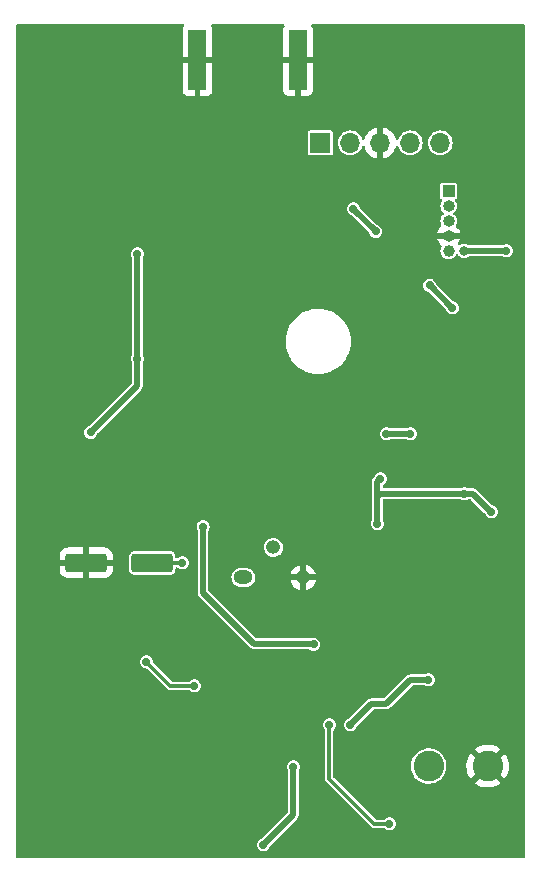
<source format=gbr>
%TF.GenerationSoftware,KiCad,Pcbnew,6.0.11-2627ca5db0~126~ubuntu22.04.1*%
%TF.CreationDate,2023-02-27T20:23:56+01:00*%
%TF.ProjectId,STM32 PIR Sensor,53544d33-3220-4504-9952-2053656e736f,rev?*%
%TF.SameCoordinates,Original*%
%TF.FileFunction,Copper,L2,Bot*%
%TF.FilePolarity,Positive*%
%FSLAX46Y46*%
G04 Gerber Fmt 4.6, Leading zero omitted, Abs format (unit mm)*
G04 Created by KiCad (PCBNEW 6.0.11-2627ca5db0~126~ubuntu22.04.1) date 2023-02-27 20:23:56*
%MOMM*%
%LPD*%
G01*
G04 APERTURE LIST*
G04 Aperture macros list*
%AMRoundRect*
0 Rectangle with rounded corners*
0 $1 Rounding radius*
0 $2 $3 $4 $5 $6 $7 $8 $9 X,Y pos of 4 corners*
0 Add a 4 corners polygon primitive as box body*
4,1,4,$2,$3,$4,$5,$6,$7,$8,$9,$2,$3,0*
0 Add four circle primitives for the rounded corners*
1,1,$1+$1,$2,$3*
1,1,$1+$1,$4,$5*
1,1,$1+$1,$6,$7*
1,1,$1+$1,$8,$9*
0 Add four rect primitives between the rounded corners*
20,1,$1+$1,$2,$3,$4,$5,0*
20,1,$1+$1,$4,$5,$6,$7,0*
20,1,$1+$1,$6,$7,$8,$9,0*
20,1,$1+$1,$8,$9,$2,$3,0*%
G04 Aperture macros list end*
%TA.AperFunction,SMDPad,CuDef*%
%ADD10R,1.500000X5.080000*%
%TD*%
%TA.AperFunction,SMDPad,CuDef*%
%ADD11RoundRect,0.250000X1.500000X0.550000X-1.500000X0.550000X-1.500000X-0.550000X1.500000X-0.550000X0*%
%TD*%
%TA.AperFunction,ComponentPad*%
%ADD12O,1.600000X1.200000*%
%TD*%
%TA.AperFunction,ComponentPad*%
%ADD13O,1.200000X1.200000*%
%TD*%
%TA.AperFunction,ComponentPad*%
%ADD14C,2.600000*%
%TD*%
%TA.AperFunction,ComponentPad*%
%ADD15C,1.000000*%
%TD*%
%TA.AperFunction,ComponentPad*%
%ADD16O,1.000000X1.000000*%
%TD*%
%TA.AperFunction,ComponentPad*%
%ADD17R,1.000000X1.000000*%
%TD*%
%TA.AperFunction,ComponentPad*%
%ADD18R,1.700000X1.700000*%
%TD*%
%TA.AperFunction,ComponentPad*%
%ADD19O,1.700000X1.700000*%
%TD*%
%TA.AperFunction,ViaPad*%
%ADD20C,0.700000*%
%TD*%
%TA.AperFunction,ViaPad*%
%ADD21C,0.800000*%
%TD*%
%TA.AperFunction,Conductor*%
%ADD22C,0.500000*%
%TD*%
%TA.AperFunction,Conductor*%
%ADD23C,0.300000*%
%TD*%
G04 APERTURE END LIST*
D10*
%TO.P,J2,2,Ext*%
%TO.N,GND*%
X234579280Y-34400000D03*
X226079280Y-34400000D03*
%TD*%
D11*
%TO.P,C14,1*%
%TO.N,Net-(C14-Pad1)*%
X222256000Y-76962000D03*
%TO.P,C14,2*%
%TO.N,GND*%
X216656000Y-76962000D03*
%TD*%
D12*
%TO.P,U5,1,VDD*%
%TO.N,Net-(C14-Pad1)*%
X229960000Y-78200000D03*
D13*
%TO.P,U5,2,OUT*%
%TO.N,Net-(C13-Pad1)*%
X232500000Y-75660000D03*
%TO.P,U5,3,GND*%
%TO.N,GND*%
X235040000Y-78200000D03*
%TD*%
D14*
%TO.P,J1,1,Pin_1*%
%TO.N,+12V*%
X245658000Y-94170000D03*
%TO.P,J1,2,Pin_2*%
%TO.N,GND*%
X250658000Y-94170000D03*
%TD*%
D15*
%TO.P,U10,1,VCC*%
%TO.N,Net-(JP1-Pad2)*%
X247344000Y-50556000D03*
D16*
%TO.P,U10,2,GND*%
%TO.N,GND*%
X247344000Y-49286000D03*
%TO.P,U10,3,Rx*%
%TO.N,UART_Tx*%
X247344000Y-48016000D03*
%TO.P,U10,4,Tx*%
%TO.N,UART_Rx*%
X247344000Y-46746000D03*
D17*
%TO.P,U10,5,OUT*%
%TO.N,Radar_OUT*%
X247344000Y-45476000D03*
%TD*%
D18*
%TO.P,J3,1,Pin_1*%
%TO.N,+3.3V*%
X236474000Y-41402000D03*
D19*
%TO.P,J3,2,Pin_2*%
%TO.N,SWCLK*%
X239014000Y-41402000D03*
%TO.P,J3,3,Pin_3*%
%TO.N,GND*%
X241554000Y-41402000D03*
%TO.P,J3,4,Pin_4*%
%TO.N,SWDIO*%
X244094000Y-41402000D03*
%TO.P,J3,5,Pin_5*%
%TO.N,NRST*%
X246634000Y-41402000D03*
%TD*%
D20*
%TO.N,+3.3V*%
X245745000Y-53467000D03*
X217043000Y-65913000D03*
X242062000Y-66040000D03*
X220980000Y-59690000D03*
X248666000Y-71120000D03*
X247650000Y-55372000D03*
X241173000Y-48895000D03*
X241554000Y-69850000D03*
X239268000Y-46990000D03*
X250952000Y-72644000D03*
X244094000Y-66040000D03*
X241300000Y-73660000D03*
X220980000Y-50800000D03*
%TO.N,Net-(C14-Pad1)*%
X224790000Y-76962000D03*
%TO.N,Net-(C16-Pad1)*%
X221742000Y-85344000D03*
X225806000Y-87376000D03*
%TO.N,Net-(C18-Pad1)*%
X237236000Y-90678000D03*
X242316000Y-99060000D03*
%TO.N,+12V*%
X226559500Y-73911526D03*
X245618000Y-86868000D03*
X235910000Y-83876000D03*
X234188000Y-94234000D03*
X231648000Y-100838000D03*
X239014000Y-90678000D03*
%TO.N,GND*%
X241046000Y-37846000D03*
X211328000Y-32004000D03*
X235204000Y-37846000D03*
X212852000Y-48006000D03*
X212598000Y-89916000D03*
X212852000Y-41148000D03*
X238760000Y-32004000D03*
X249428000Y-78486000D03*
X253238000Y-35814000D03*
X230886000Y-73914000D03*
X213106000Y-64516000D03*
X236982000Y-37846000D03*
X241554000Y-43180000D03*
X250444000Y-77470000D03*
X222758000Y-95758000D03*
X214122000Y-76962000D03*
X241300000Y-32004000D03*
X238252000Y-76708000D03*
X217932000Y-95504000D03*
X215646000Y-37084000D03*
X241300000Y-93472000D03*
X253238000Y-33782000D03*
X249174000Y-96012000D03*
X253238000Y-32004000D03*
X222758000Y-89154000D03*
X240792000Y-90424000D03*
X229108000Y-37592000D03*
X247650000Y-61722000D03*
X247396000Y-37846000D03*
X228854000Y-36068000D03*
X237744000Y-84074000D03*
X231648000Y-37592000D03*
X231140000Y-98298000D03*
X217932000Y-89408000D03*
X245618000Y-99060000D03*
X238760000Y-37846000D03*
X243078000Y-37846000D03*
X217170000Y-44704000D03*
X229616000Y-48006000D03*
X245364000Y-37846000D03*
X231902000Y-34290000D03*
X241808000Y-91948000D03*
X217932000Y-37084000D03*
X219964000Y-37084000D03*
X211328000Y-35306000D03*
X245872000Y-82296000D03*
X215900000Y-32004000D03*
X236982000Y-32004000D03*
X248920000Y-85344000D03*
X233426000Y-40894000D03*
X229616000Y-52324000D03*
X222758000Y-99568000D03*
X224028000Y-32004000D03*
X241554000Y-83820000D03*
X222250000Y-32004000D03*
X220218000Y-32004000D03*
X216408000Y-57150000D03*
X253238000Y-37846000D03*
X249682000Y-32004000D03*
X233426000Y-37846000D03*
X246126000Y-49276000D03*
X212598000Y-99568000D03*
X228854000Y-34290000D03*
X226314000Y-61976000D03*
X235712000Y-48006000D03*
X224028000Y-37084000D03*
X251460000Y-37846000D03*
X251460000Y-32004000D03*
X243332000Y-32004000D03*
X231140000Y-52324000D03*
X246380000Y-76200000D03*
X221996000Y-37084000D03*
X252222000Y-40640000D03*
X228346000Y-41910000D03*
X245618000Y-32004000D03*
X219202000Y-61468000D03*
X213868000Y-32004000D03*
X234950000Y-80518000D03*
X228854000Y-32258000D03*
X212598000Y-95250000D03*
X251968000Y-88138000D03*
X239014000Y-65786000D03*
X250698000Y-99060000D03*
X211328000Y-37084000D03*
X232664000Y-85598000D03*
X211328000Y-33528000D03*
X217932000Y-99568000D03*
X248920000Y-90424000D03*
X249428000Y-65278000D03*
X230632000Y-88646000D03*
X234950000Y-76708000D03*
X231902000Y-32258000D03*
X252222000Y-96012000D03*
X230632000Y-67564000D03*
X224536000Y-48006000D03*
X213614000Y-37084000D03*
X212852000Y-56642000D03*
X215900000Y-84328000D03*
X247650000Y-32004000D03*
X231902000Y-36068000D03*
X248920000Y-61722000D03*
X249428000Y-37846000D03*
X218186000Y-32004000D03*
%TO.N,Net-(JP1-Pad2)*%
X252222000Y-50546000D03*
D21*
X248666000Y-50546000D03*
%TD*%
D22*
%TO.N,+3.3V*%
X241173000Y-48895000D02*
X239268000Y-46990000D01*
X217043000Y-65913000D02*
X220980000Y-61976000D01*
X245745000Y-53467000D02*
X247650000Y-55372000D01*
X241554000Y-71120000D02*
X241300000Y-71374000D01*
X241300000Y-70104000D02*
X241554000Y-69850000D01*
X242062000Y-66040000D02*
X244094000Y-66040000D01*
X248666000Y-71120000D02*
X241554000Y-71120000D01*
X241300000Y-71374000D02*
X241300000Y-70104000D01*
X220980000Y-50800000D02*
X220980000Y-59690000D01*
X241300000Y-73660000D02*
X241300000Y-71374000D01*
X250952000Y-72644000D02*
X249428000Y-71120000D01*
X220980000Y-61976000D02*
X220980000Y-59690000D01*
X249428000Y-71120000D02*
X248666000Y-71120000D01*
D23*
%TO.N,Net-(C14-Pad1)*%
X222256000Y-76962000D02*
X224790000Y-76962000D01*
%TO.N,Net-(C16-Pad1)*%
X225806000Y-87376000D02*
X223774000Y-87376000D01*
X223774000Y-87376000D02*
X221742000Y-85344000D01*
%TO.N,Net-(C18-Pad1)*%
X237236000Y-95250000D02*
X237236000Y-90678000D01*
X242316000Y-99060000D02*
X241046000Y-99060000D01*
X241046000Y-99060000D02*
X237236000Y-95250000D01*
D22*
%TO.N,+12V*%
X245618000Y-86868000D02*
X244094000Y-86868000D01*
X240792000Y-88900000D02*
X239014000Y-90678000D01*
X230886000Y-83820000D02*
X226559500Y-79493500D01*
X226559500Y-79493500D02*
X226559500Y-73911526D01*
X244094000Y-86868000D02*
X242062000Y-88900000D01*
X242062000Y-88900000D02*
X240792000Y-88900000D01*
X235854000Y-83820000D02*
X230886000Y-83820000D01*
X234188000Y-98298000D02*
X231648000Y-100838000D01*
X234188000Y-94234000D02*
X234188000Y-98298000D01*
X235910000Y-83876000D02*
X235854000Y-83820000D01*
%TO.N,Net-(JP1-Pad2)*%
X248666000Y-50546000D02*
X252222000Y-50546000D01*
%TD*%
%TA.AperFunction,Conductor*%
%TO.N,GND*%
G36*
X224897893Y-31380185D02*
G01*
X224943648Y-31432989D01*
X224953592Y-31502147D01*
X224930080Y-31558866D01*
X224891492Y-31610354D01*
X224883097Y-31625689D01*
X224838651Y-31744247D01*
X224835083Y-31759256D01*
X224829643Y-31809331D01*
X224829280Y-31816028D01*
X224829280Y-34132170D01*
X224833684Y-34147169D01*
X224835054Y-34148356D01*
X224842612Y-34150000D01*
X227311450Y-34150000D01*
X227326449Y-34145596D01*
X227327636Y-34144226D01*
X227329280Y-34136668D01*
X227329280Y-31816028D01*
X227328917Y-31809331D01*
X227323477Y-31759256D01*
X227319909Y-31744247D01*
X227275463Y-31625689D01*
X227267068Y-31610354D01*
X227228480Y-31558866D01*
X227204027Y-31493415D01*
X227218841Y-31425134D01*
X227268219Y-31375701D01*
X227327706Y-31360500D01*
X233330854Y-31360500D01*
X233397893Y-31380185D01*
X233443648Y-31432989D01*
X233453592Y-31502147D01*
X233430080Y-31558866D01*
X233391492Y-31610354D01*
X233383097Y-31625689D01*
X233338651Y-31744247D01*
X233335083Y-31759256D01*
X233329643Y-31809331D01*
X233329280Y-31816028D01*
X233329280Y-34132170D01*
X233333684Y-34147169D01*
X233335054Y-34148356D01*
X233342612Y-34150000D01*
X235811450Y-34150000D01*
X235826449Y-34145596D01*
X235827636Y-34144226D01*
X235829280Y-34136668D01*
X235829280Y-31816028D01*
X235828917Y-31809331D01*
X235823477Y-31759256D01*
X235819909Y-31744247D01*
X235775463Y-31625689D01*
X235767068Y-31610354D01*
X235728480Y-31558866D01*
X235704027Y-31493415D01*
X235718841Y-31425134D01*
X235768219Y-31375701D01*
X235827706Y-31360500D01*
X253675500Y-31360500D01*
X253742539Y-31380185D01*
X253788294Y-31432989D01*
X253799500Y-31484500D01*
X253799500Y-101835500D01*
X253779815Y-101902539D01*
X253727011Y-101948294D01*
X253675500Y-101959500D01*
X210824500Y-101959500D01*
X210757461Y-101939815D01*
X210711706Y-101887011D01*
X210700500Y-101835500D01*
X210700500Y-100838000D01*
X231092750Y-100838000D01*
X231111670Y-100981709D01*
X231167139Y-101115625D01*
X231255379Y-101230621D01*
X231370375Y-101318861D01*
X231377887Y-101321972D01*
X231377886Y-101321972D01*
X231496777Y-101371218D01*
X231496779Y-101371219D01*
X231504291Y-101374330D01*
X231648000Y-101393250D01*
X231791709Y-101374330D01*
X231799221Y-101371219D01*
X231799223Y-101371218D01*
X231918114Y-101321972D01*
X231918113Y-101321972D01*
X231925625Y-101318861D01*
X232040621Y-101230621D01*
X232128861Y-101115625D01*
X232184330Y-100981709D01*
X232185392Y-100973646D01*
X232187494Y-100965800D01*
X232188813Y-100966153D01*
X232213615Y-100910095D01*
X232220604Y-100902499D01*
X234482436Y-98640667D01*
X234493349Y-98630969D01*
X234512830Y-98615611D01*
X234520110Y-98609872D01*
X234553505Y-98561554D01*
X234555719Y-98558454D01*
X234590634Y-98511184D01*
X234593027Y-98504368D01*
X234597131Y-98498431D01*
X234614826Y-98442481D01*
X234616057Y-98438791D01*
X234632448Y-98392116D01*
X234632449Y-98392112D01*
X234635519Y-98383369D01*
X234635798Y-98376265D01*
X234635847Y-98376014D01*
X234637980Y-98369270D01*
X234638500Y-98362663D01*
X234638500Y-98309932D01*
X234638596Y-98305063D01*
X234640474Y-98257268D01*
X234640838Y-98248006D01*
X234638960Y-98240924D01*
X234638500Y-98232565D01*
X234638500Y-94593285D01*
X234658185Y-94526246D01*
X234663832Y-94518215D01*
X234663916Y-94518069D01*
X234668861Y-94511625D01*
X234724330Y-94377709D01*
X234743250Y-94234000D01*
X234724330Y-94090291D01*
X234668861Y-93956375D01*
X234580621Y-93841379D01*
X234531700Y-93803840D01*
X234472072Y-93758086D01*
X234465625Y-93753139D01*
X234429593Y-93738214D01*
X234339223Y-93700782D01*
X234339221Y-93700781D01*
X234331709Y-93697670D01*
X234188000Y-93678750D01*
X234044291Y-93697670D01*
X234036779Y-93700781D01*
X234036777Y-93700782D01*
X233946407Y-93738214D01*
X233910375Y-93753139D01*
X233903928Y-93758086D01*
X233844301Y-93803840D01*
X233795379Y-93841379D01*
X233707139Y-93956375D01*
X233651670Y-94090291D01*
X233632750Y-94234000D01*
X233651670Y-94377709D01*
X233707139Y-94511625D01*
X233712086Y-94518072D01*
X233716152Y-94525115D01*
X233714968Y-94525799D01*
X233737070Y-94582964D01*
X233737500Y-94593285D01*
X233737500Y-98060035D01*
X233717815Y-98127074D01*
X233701181Y-98147716D01*
X231583501Y-100265396D01*
X231522178Y-100298881D01*
X231512508Y-100300567D01*
X231512353Y-100300609D01*
X231504291Y-100301670D01*
X231496779Y-100304781D01*
X231496777Y-100304782D01*
X231406407Y-100342214D01*
X231370375Y-100357139D01*
X231255379Y-100445379D01*
X231167139Y-100560375D01*
X231111670Y-100694291D01*
X231092750Y-100838000D01*
X210700500Y-100838000D01*
X210700500Y-90678000D01*
X236680750Y-90678000D01*
X236699670Y-90821709D01*
X236755139Y-90955625D01*
X236843379Y-91070621D01*
X236849321Y-91075181D01*
X236882665Y-91136242D01*
X236885500Y-91162604D01*
X236885500Y-95199391D01*
X236883400Y-95219123D01*
X236883206Y-95223243D01*
X236881049Y-95233261D01*
X236882526Y-95245741D01*
X236884640Y-95263601D01*
X236884953Y-95268909D01*
X236885078Y-95268899D01*
X236885500Y-95274004D01*
X236885500Y-95279115D01*
X236886339Y-95284155D01*
X236888400Y-95296539D01*
X236889222Y-95302318D01*
X236891665Y-95322959D01*
X236894764Y-95349138D01*
X236898423Y-95356758D01*
X236899812Y-95365103D01*
X236904676Y-95374118D01*
X236904678Y-95374123D01*
X236922215Y-95406623D01*
X236924845Y-95411784D01*
X236945274Y-95454326D01*
X236948592Y-95458274D01*
X236950498Y-95460180D01*
X236951994Y-95461811D01*
X236952214Y-95462220D01*
X236952175Y-95462256D01*
X236952326Y-95462428D01*
X236955222Y-95467794D01*
X236962744Y-95474747D01*
X236991676Y-95501492D01*
X236995185Y-95504867D01*
X240762369Y-99272051D01*
X240774846Y-99287500D01*
X240777619Y-99290548D01*
X240783175Y-99299152D01*
X240791220Y-99305494D01*
X240807176Y-99318073D01*
X240811145Y-99321600D01*
X240811226Y-99321504D01*
X240815128Y-99324810D01*
X240818747Y-99328429D01*
X240833115Y-99338697D01*
X240837777Y-99342196D01*
X240874811Y-99371392D01*
X240882789Y-99374194D01*
X240889670Y-99379111D01*
X240899489Y-99382048D01*
X240899490Y-99382048D01*
X240934841Y-99392620D01*
X240940399Y-99394426D01*
X240977544Y-99407471D01*
X240977554Y-99407473D01*
X240984906Y-99410055D01*
X240990044Y-99410500D01*
X240992726Y-99410500D01*
X240994950Y-99410596D01*
X240995388Y-99410727D01*
X240995386Y-99410781D01*
X240995617Y-99410796D01*
X241001464Y-99412544D01*
X241011705Y-99412142D01*
X241011708Y-99412142D01*
X241051045Y-99410596D01*
X241055913Y-99410500D01*
X241831396Y-99410500D01*
X241898435Y-99430185D01*
X241918683Y-99446501D01*
X241923379Y-99452621D01*
X242038375Y-99540861D01*
X242045887Y-99543972D01*
X242045886Y-99543972D01*
X242164777Y-99593218D01*
X242164779Y-99593219D01*
X242172291Y-99596330D01*
X242316000Y-99615250D01*
X242459709Y-99596330D01*
X242467221Y-99593219D01*
X242467223Y-99593218D01*
X242586114Y-99543972D01*
X242586113Y-99543972D01*
X242593625Y-99540861D01*
X242708621Y-99452621D01*
X242796861Y-99337625D01*
X242852330Y-99203709D01*
X242871250Y-99060000D01*
X242852330Y-98916291D01*
X242796861Y-98782375D01*
X242708621Y-98667379D01*
X242673810Y-98640667D01*
X242600072Y-98584086D01*
X242593625Y-98579139D01*
X242543563Y-98558403D01*
X242467223Y-98526782D01*
X242467221Y-98526781D01*
X242459709Y-98523670D01*
X242316000Y-98504750D01*
X242172291Y-98523670D01*
X242164779Y-98526781D01*
X242164777Y-98526782D01*
X242088437Y-98558403D01*
X242038375Y-98579139D01*
X242031928Y-98584086D01*
X241958191Y-98640667D01*
X241923379Y-98667379D01*
X241918819Y-98673321D01*
X241857758Y-98706665D01*
X241831396Y-98709500D01*
X241242544Y-98709500D01*
X241175505Y-98689815D01*
X241154863Y-98673181D01*
X237622819Y-95141137D01*
X237589334Y-95079814D01*
X237586500Y-95053456D01*
X237586500Y-94133214D01*
X244152806Y-94133214D01*
X244153099Y-94138296D01*
X244153099Y-94138297D01*
X244158978Y-94240250D01*
X244167010Y-94379545D01*
X244168129Y-94384509D01*
X244200071Y-94526246D01*
X244221255Y-94620249D01*
X244314084Y-94848861D01*
X244316746Y-94853205D01*
X244440344Y-95054898D01*
X244440348Y-95054903D01*
X244443006Y-95059241D01*
X244446338Y-95063087D01*
X244446339Y-95063089D01*
X244593747Y-95233261D01*
X244604557Y-95245741D01*
X244608467Y-95248988D01*
X244608471Y-95248991D01*
X244741567Y-95359489D01*
X244794399Y-95403351D01*
X244895203Y-95462256D01*
X245003036Y-95525269D01*
X245003040Y-95525271D01*
X245007433Y-95527838D01*
X245237939Y-95615859D01*
X245262446Y-95620845D01*
X245474741Y-95664038D01*
X245474744Y-95664038D01*
X245479726Y-95665052D01*
X245641367Y-95670979D01*
X245721221Y-95673907D01*
X245721224Y-95673907D01*
X245726300Y-95674093D01*
X245971041Y-95642741D01*
X245975911Y-95641280D01*
X246090846Y-95606798D01*
X249580201Y-95606798D01*
X249588777Y-95618137D01*
X249697753Y-95698041D01*
X249705553Y-95702914D01*
X249934159Y-95823191D01*
X249942587Y-95826856D01*
X250186472Y-95912024D01*
X250195342Y-95914401D01*
X250449148Y-95962587D01*
X250458259Y-95963625D01*
X250716387Y-95973766D01*
X250725576Y-95973445D01*
X250982373Y-95945322D01*
X250991387Y-95943651D01*
X251241221Y-95877875D01*
X251249893Y-95874889D01*
X251487252Y-95772912D01*
X251495388Y-95768677D01*
X251715069Y-95632734D01*
X251722491Y-95627342D01*
X251730166Y-95620845D01*
X251738470Y-95608245D01*
X251732503Y-95598056D01*
X250670607Y-94536160D01*
X250656887Y-94528668D01*
X250655081Y-94528797D01*
X250648574Y-94532979D01*
X249586752Y-95594801D01*
X249580201Y-95606798D01*
X246090846Y-95606798D01*
X246202502Y-95573300D01*
X246202506Y-95573299D01*
X246207374Y-95571838D01*
X246428954Y-95463287D01*
X246433099Y-95460330D01*
X246433103Y-95460328D01*
X246625686Y-95322959D01*
X246629829Y-95320004D01*
X246804605Y-95145837D01*
X246948588Y-94945463D01*
X247057911Y-94724264D01*
X247129639Y-94488180D01*
X247161845Y-94243550D01*
X247162079Y-94234000D01*
X247163335Y-94182607D01*
X247163643Y-94170000D01*
X247162607Y-94157393D01*
X247160137Y-94127353D01*
X248853793Y-94127353D01*
X248866187Y-94385375D01*
X248867308Y-94394503D01*
X248917705Y-94647868D01*
X248920154Y-94656702D01*
X249007454Y-94899851D01*
X249011187Y-94908233D01*
X249133461Y-95135798D01*
X249138393Y-95143539D01*
X249210026Y-95239467D01*
X249221106Y-95247783D01*
X249233329Y-95241118D01*
X250291840Y-94182607D01*
X250298116Y-94171113D01*
X251016668Y-94171113D01*
X251016797Y-94172919D01*
X251020979Y-94179426D01*
X252086165Y-95244612D01*
X252099711Y-95252009D01*
X252104432Y-95248753D01*
X252241816Y-95035165D01*
X252246196Y-95027099D01*
X252352298Y-94791560D01*
X252355440Y-94782926D01*
X252425559Y-94534304D01*
X252427391Y-94525301D01*
X252460182Y-94267545D01*
X252460654Y-94261360D01*
X252462966Y-94173110D01*
X252462817Y-94166902D01*
X252443561Y-93907781D01*
X252442205Y-93898710D01*
X252385193Y-93646752D01*
X252382505Y-93637961D01*
X252288876Y-93397193D01*
X252284929Y-93388917D01*
X252156732Y-93164620D01*
X252151606Y-93157021D01*
X252106626Y-93099964D01*
X252094891Y-93091629D01*
X252083542Y-93098011D01*
X251024160Y-94157393D01*
X251016668Y-94171113D01*
X250298116Y-94171113D01*
X250299332Y-94168887D01*
X250299203Y-94167081D01*
X250295021Y-94160574D01*
X249231861Y-93097414D01*
X249218766Y-93090264D01*
X249208886Y-93097272D01*
X249191421Y-93118272D01*
X249186100Y-93125731D01*
X249052080Y-93346590D01*
X249047910Y-93354772D01*
X248948008Y-93593013D01*
X248945101Y-93601701D01*
X248881509Y-93852097D01*
X248879915Y-93861138D01*
X248854034Y-94118163D01*
X248853793Y-94127353D01*
X247160137Y-94127353D01*
X247143842Y-93929164D01*
X247143425Y-93924089D01*
X247083316Y-93684783D01*
X246984928Y-93458507D01*
X246850905Y-93251339D01*
X246771997Y-93164620D01*
X246688278Y-93072613D01*
X246688274Y-93072609D01*
X246684846Y-93068842D01*
X246491210Y-92915918D01*
X246440695Y-92888032D01*
X246279653Y-92799132D01*
X246279650Y-92799131D01*
X246275198Y-92796673D01*
X246088882Y-92730695D01*
X249577369Y-92730695D01*
X249581870Y-92740317D01*
X250645393Y-93803840D01*
X250659113Y-93811332D01*
X250660919Y-93811203D01*
X250667426Y-93807021D01*
X251730145Y-92744302D01*
X251736426Y-92732800D01*
X251727163Y-92720880D01*
X251577919Y-92617347D01*
X251569999Y-92612681D01*
X251338312Y-92498426D01*
X251329798Y-92494986D01*
X251083762Y-92416230D01*
X251074842Y-92414088D01*
X250819863Y-92372562D01*
X250810712Y-92371762D01*
X250552414Y-92368380D01*
X250543238Y-92368942D01*
X250287265Y-92403778D01*
X250278297Y-92405684D01*
X250030272Y-92477977D01*
X250021687Y-92481186D01*
X249787076Y-92589343D01*
X249779041Y-92593797D01*
X249586362Y-92720123D01*
X249577369Y-92730695D01*
X246088882Y-92730695D01*
X246042610Y-92714309D01*
X245799694Y-92671039D01*
X245713090Y-92669981D01*
X245558062Y-92668087D01*
X245558060Y-92668087D01*
X245552972Y-92668025D01*
X245309070Y-92705347D01*
X245074540Y-92782003D01*
X245070026Y-92784353D01*
X244860194Y-92893584D01*
X244860188Y-92893588D01*
X244855679Y-92895935D01*
X244658364Y-93044083D01*
X244654848Y-93047762D01*
X244654846Y-93047764D01*
X244580340Y-93125731D01*
X244487896Y-93222468D01*
X244485032Y-93226667D01*
X244485030Y-93226669D01*
X244397644Y-93354772D01*
X244348851Y-93426300D01*
X244244965Y-93650104D01*
X244243605Y-93655008D01*
X244190133Y-93847822D01*
X244179026Y-93887871D01*
X244152806Y-94133214D01*
X237586500Y-94133214D01*
X237586500Y-91162604D01*
X237606185Y-91095565D01*
X237622501Y-91075317D01*
X237628621Y-91070621D01*
X237716861Y-90955625D01*
X237772330Y-90821709D01*
X237791250Y-90678000D01*
X238458750Y-90678000D01*
X238477670Y-90821709D01*
X238533139Y-90955625D01*
X238621379Y-91070621D01*
X238627822Y-91075565D01*
X238713261Y-91141125D01*
X238736375Y-91158861D01*
X238743887Y-91161972D01*
X238743886Y-91161972D01*
X238862777Y-91211218D01*
X238862779Y-91211219D01*
X238870291Y-91214330D01*
X239014000Y-91233250D01*
X239157709Y-91214330D01*
X239165221Y-91211219D01*
X239165223Y-91211218D01*
X239284114Y-91161972D01*
X239284113Y-91161972D01*
X239291625Y-91158861D01*
X239314739Y-91141125D01*
X239400178Y-91075565D01*
X239406621Y-91070621D01*
X239494861Y-90955625D01*
X239550330Y-90821709D01*
X239551392Y-90813646D01*
X239553494Y-90805800D01*
X239554813Y-90806153D01*
X239579615Y-90750095D01*
X239586604Y-90742499D01*
X240942284Y-89386819D01*
X241003607Y-89353334D01*
X241029965Y-89350500D01*
X242027897Y-89350500D01*
X242042471Y-89351359D01*
X242067105Y-89354275D01*
X242067108Y-89354275D01*
X242076310Y-89355364D01*
X242112975Y-89348668D01*
X242134022Y-89344824D01*
X242137864Y-89344184D01*
X242171017Y-89339199D01*
X242195962Y-89335449D01*
X242202475Y-89332321D01*
X242209573Y-89331025D01*
X242217799Y-89326752D01*
X242261663Y-89303967D01*
X242265146Y-89302227D01*
X242318079Y-89276809D01*
X242323299Y-89271984D01*
X242323520Y-89271835D01*
X242329788Y-89268579D01*
X242334828Y-89264275D01*
X242372097Y-89227006D01*
X242375607Y-89223631D01*
X242410749Y-89191147D01*
X242410751Y-89191144D01*
X242417556Y-89184854D01*
X242421237Y-89178516D01*
X242426828Y-89172275D01*
X244244284Y-87354819D01*
X244305607Y-87321334D01*
X244331965Y-87318500D01*
X245258715Y-87318500D01*
X245325754Y-87338185D01*
X245333785Y-87343832D01*
X245333931Y-87343916D01*
X245340375Y-87348861D01*
X245347887Y-87351972D01*
X245347886Y-87351972D01*
X245466777Y-87401218D01*
X245466779Y-87401219D01*
X245474291Y-87404330D01*
X245618000Y-87423250D01*
X245761709Y-87404330D01*
X245769221Y-87401219D01*
X245769223Y-87401218D01*
X245888114Y-87351972D01*
X245888113Y-87351972D01*
X245895625Y-87348861D01*
X246010621Y-87260621D01*
X246026173Y-87240354D01*
X246093914Y-87152072D01*
X246098861Y-87145625D01*
X246154330Y-87011709D01*
X246173250Y-86868000D01*
X246154330Y-86724291D01*
X246098861Y-86590375D01*
X246032372Y-86503725D01*
X246015565Y-86481822D01*
X246010621Y-86475379D01*
X245961730Y-86437863D01*
X245902072Y-86392086D01*
X245895625Y-86387139D01*
X245859593Y-86372214D01*
X245769223Y-86334782D01*
X245769221Y-86334781D01*
X245761709Y-86331670D01*
X245618000Y-86312750D01*
X245474291Y-86331670D01*
X245466779Y-86334781D01*
X245466777Y-86334782D01*
X245376407Y-86372214D01*
X245340375Y-86387139D01*
X245333928Y-86392086D01*
X245326885Y-86396152D01*
X245326201Y-86394968D01*
X245269036Y-86417070D01*
X245258715Y-86417500D01*
X244128103Y-86417500D01*
X244113529Y-86416641D01*
X244088895Y-86413725D01*
X244088892Y-86413725D01*
X244079690Y-86412636D01*
X244043026Y-86419332D01*
X244021978Y-86423176D01*
X244018136Y-86423816D01*
X243984983Y-86428801D01*
X243960038Y-86432551D01*
X243953525Y-86435679D01*
X243946427Y-86436975D01*
X243938201Y-86441248D01*
X243894337Y-86464033D01*
X243890863Y-86465769D01*
X243837921Y-86491191D01*
X243832701Y-86496016D01*
X243832480Y-86496165D01*
X243826212Y-86499421D01*
X243821172Y-86503725D01*
X243783903Y-86540994D01*
X243780393Y-86544369D01*
X243745251Y-86576853D01*
X243745249Y-86576856D01*
X243738444Y-86583146D01*
X243734763Y-86589484D01*
X243729172Y-86595725D01*
X241911716Y-88413181D01*
X241850393Y-88446666D01*
X241824035Y-88449500D01*
X240826103Y-88449500D01*
X240811529Y-88448641D01*
X240786893Y-88445725D01*
X240786892Y-88445725D01*
X240777690Y-88444636D01*
X240768574Y-88446301D01*
X240768567Y-88446301D01*
X240719938Y-88455182D01*
X240716102Y-88455821D01*
X240703004Y-88457791D01*
X240667202Y-88463173D01*
X240667201Y-88463173D01*
X240658038Y-88464551D01*
X240651528Y-88467677D01*
X240644427Y-88468974D01*
X240636201Y-88473247D01*
X240592322Y-88496039D01*
X240588840Y-88497779D01*
X240544277Y-88519178D01*
X240544275Y-88519179D01*
X240535921Y-88523191D01*
X240530701Y-88528017D01*
X240530488Y-88528160D01*
X240524212Y-88531420D01*
X240519172Y-88535725D01*
X240481903Y-88572994D01*
X240478393Y-88576369D01*
X240443251Y-88608853D01*
X240443249Y-88608856D01*
X240436444Y-88615146D01*
X240432763Y-88621484D01*
X240427172Y-88627725D01*
X238949501Y-90105396D01*
X238888178Y-90138881D01*
X238878508Y-90140567D01*
X238878353Y-90140609D01*
X238870291Y-90141670D01*
X238862779Y-90144781D01*
X238862777Y-90144782D01*
X238772407Y-90182214D01*
X238736375Y-90197139D01*
X238621379Y-90285379D01*
X238533139Y-90400375D01*
X238477670Y-90534291D01*
X238458750Y-90678000D01*
X237791250Y-90678000D01*
X237772330Y-90534291D01*
X237716861Y-90400375D01*
X237628621Y-90285379D01*
X237513625Y-90197139D01*
X237477593Y-90182214D01*
X237387223Y-90144782D01*
X237387221Y-90144781D01*
X237379709Y-90141670D01*
X237236000Y-90122750D01*
X237092291Y-90141670D01*
X237084779Y-90144781D01*
X237084777Y-90144782D01*
X236994407Y-90182214D01*
X236958375Y-90197139D01*
X236843379Y-90285379D01*
X236755139Y-90400375D01*
X236699670Y-90534291D01*
X236680750Y-90678000D01*
X210700500Y-90678000D01*
X210700500Y-85344000D01*
X221186750Y-85344000D01*
X221205670Y-85487709D01*
X221261139Y-85621625D01*
X221349379Y-85736621D01*
X221464375Y-85824861D01*
X221471887Y-85827972D01*
X221471886Y-85827972D01*
X221590777Y-85877218D01*
X221590779Y-85877219D01*
X221598291Y-85880330D01*
X221732249Y-85897966D01*
X221733941Y-85898189D01*
X221742000Y-85899250D01*
X221749428Y-85898272D01*
X221816184Y-85917874D01*
X221836826Y-85934508D01*
X223490370Y-87588051D01*
X223502840Y-87603491D01*
X223505614Y-87606540D01*
X223511175Y-87615152D01*
X223519225Y-87621498D01*
X223535180Y-87634076D01*
X223539147Y-87637601D01*
X223539228Y-87637505D01*
X223543133Y-87640814D01*
X223546747Y-87644428D01*
X223550901Y-87647397D01*
X223550905Y-87647400D01*
X223561101Y-87654686D01*
X223565769Y-87658190D01*
X223602811Y-87687392D01*
X223610787Y-87690193D01*
X223617669Y-87695111D01*
X223627483Y-87698046D01*
X223627485Y-87698047D01*
X223662844Y-87708621D01*
X223668403Y-87710427D01*
X223705547Y-87723471D01*
X223705549Y-87723471D01*
X223712906Y-87726055D01*
X223718044Y-87726500D01*
X223720726Y-87726500D01*
X223722950Y-87726596D01*
X223723388Y-87726727D01*
X223723386Y-87726781D01*
X223723617Y-87726796D01*
X223729464Y-87728544D01*
X223739705Y-87728142D01*
X223739708Y-87728142D01*
X223779045Y-87726596D01*
X223783913Y-87726500D01*
X225321396Y-87726500D01*
X225388435Y-87746185D01*
X225408683Y-87762501D01*
X225413379Y-87768621D01*
X225528375Y-87856861D01*
X225535887Y-87859972D01*
X225535886Y-87859972D01*
X225654777Y-87909218D01*
X225654779Y-87909219D01*
X225662291Y-87912330D01*
X225806000Y-87931250D01*
X225949709Y-87912330D01*
X225957221Y-87909219D01*
X225957223Y-87909218D01*
X226076114Y-87859972D01*
X226076113Y-87859972D01*
X226083625Y-87856861D01*
X226198621Y-87768621D01*
X226286861Y-87653625D01*
X226342330Y-87519709D01*
X226361250Y-87376000D01*
X226342330Y-87232291D01*
X226286861Y-87098375D01*
X226226125Y-87019223D01*
X226203565Y-86989822D01*
X226198621Y-86983379D01*
X226083625Y-86895139D01*
X226018105Y-86868000D01*
X225957223Y-86842782D01*
X225957221Y-86842781D01*
X225949709Y-86839670D01*
X225806000Y-86820750D01*
X225662291Y-86839670D01*
X225654779Y-86842781D01*
X225654777Y-86842782D01*
X225593895Y-86868000D01*
X225528375Y-86895139D01*
X225413379Y-86983379D01*
X225408819Y-86989321D01*
X225347758Y-87022665D01*
X225321396Y-87025500D01*
X223970544Y-87025500D01*
X223903505Y-87005815D01*
X223882863Y-86989181D01*
X222332508Y-85438826D01*
X222299023Y-85377503D01*
X222296243Y-85351648D01*
X222297250Y-85344000D01*
X222278330Y-85200291D01*
X222222861Y-85066375D01*
X222134621Y-84951379D01*
X222019625Y-84863139D01*
X221983593Y-84848214D01*
X221893223Y-84810782D01*
X221893221Y-84810781D01*
X221885709Y-84807670D01*
X221742000Y-84788750D01*
X221598291Y-84807670D01*
X221590779Y-84810781D01*
X221590777Y-84810782D01*
X221500407Y-84848214D01*
X221464375Y-84863139D01*
X221349379Y-84951379D01*
X221261139Y-85066375D01*
X221205670Y-85200291D01*
X221186750Y-85344000D01*
X210700500Y-85344000D01*
X210700500Y-77558636D01*
X214406001Y-77558636D01*
X214406331Y-77565015D01*
X214416151Y-77659671D01*
X214418997Y-77672849D01*
X214469920Y-77825481D01*
X214475991Y-77838443D01*
X214560438Y-77974907D01*
X214569325Y-77986120D01*
X214682904Y-78099501D01*
X214694135Y-78108370D01*
X214830741Y-78192575D01*
X214843718Y-78198627D01*
X214996446Y-78249285D01*
X215009613Y-78252108D01*
X215103019Y-78261678D01*
X215109325Y-78262000D01*
X216388170Y-78262000D01*
X216403169Y-78257596D01*
X216404356Y-78256226D01*
X216406000Y-78248668D01*
X216406000Y-78244169D01*
X216906000Y-78244169D01*
X216910404Y-78259168D01*
X216911774Y-78260355D01*
X216919332Y-78261999D01*
X218202636Y-78261999D01*
X218209015Y-78261669D01*
X218303671Y-78251849D01*
X218316849Y-78249003D01*
X218469481Y-78198080D01*
X218482443Y-78192009D01*
X218618907Y-78107562D01*
X218630120Y-78098675D01*
X218743501Y-77985096D01*
X218752370Y-77973865D01*
X218836575Y-77837259D01*
X218842627Y-77824282D01*
X218893285Y-77671554D01*
X218896108Y-77658387D01*
X218905591Y-77565834D01*
X220305500Y-77565834D01*
X220305775Y-77568738D01*
X220305775Y-77568748D01*
X220307770Y-77589849D01*
X220308481Y-77597369D01*
X220319201Y-77627894D01*
X220345943Y-77704045D01*
X220353366Y-77725184D01*
X220433850Y-77834150D01*
X220441306Y-77839657D01*
X220535361Y-77909128D01*
X220535363Y-77909129D01*
X220542816Y-77914634D01*
X220551555Y-77917703D01*
X220551557Y-77917704D01*
X220592752Y-77932170D01*
X220670631Y-77959519D01*
X220678150Y-77960230D01*
X220678151Y-77960230D01*
X220699252Y-77962225D01*
X220699262Y-77962225D01*
X220702166Y-77962500D01*
X223809834Y-77962500D01*
X223812738Y-77962225D01*
X223812748Y-77962225D01*
X223833849Y-77960230D01*
X223833850Y-77960230D01*
X223841369Y-77959519D01*
X223919248Y-77932170D01*
X223960443Y-77917704D01*
X223960445Y-77917703D01*
X223969184Y-77914634D01*
X223976637Y-77909129D01*
X223976639Y-77909128D01*
X224070694Y-77839657D01*
X224078150Y-77834150D01*
X224158634Y-77725184D01*
X224166058Y-77704045D01*
X224192799Y-77627894D01*
X224203519Y-77597369D01*
X224204230Y-77589849D01*
X224206225Y-77568748D01*
X224206225Y-77568738D01*
X224206500Y-77565834D01*
X224206500Y-77459602D01*
X224226185Y-77392563D01*
X224278989Y-77346808D01*
X224348147Y-77336864D01*
X224405986Y-77361226D01*
X224512375Y-77442861D01*
X224519887Y-77445972D01*
X224519886Y-77445972D01*
X224638777Y-77495218D01*
X224638779Y-77495219D01*
X224646291Y-77498330D01*
X224790000Y-77517250D01*
X224933709Y-77498330D01*
X224941221Y-77495219D01*
X224941223Y-77495218D01*
X225060114Y-77445972D01*
X225060113Y-77445972D01*
X225067625Y-77442861D01*
X225182621Y-77354621D01*
X225196247Y-77336864D01*
X225265914Y-77246072D01*
X225270861Y-77239625D01*
X225308969Y-77147623D01*
X225323218Y-77113223D01*
X225323219Y-77113221D01*
X225326330Y-77105709D01*
X225345250Y-76962000D01*
X225326330Y-76818291D01*
X225270861Y-76684375D01*
X225182621Y-76569379D01*
X225067625Y-76481139D01*
X224985133Y-76446970D01*
X224941223Y-76428782D01*
X224941221Y-76428781D01*
X224933709Y-76425670D01*
X224790000Y-76406750D01*
X224646291Y-76425670D01*
X224638779Y-76428781D01*
X224638777Y-76428782D01*
X224594867Y-76446970D01*
X224512375Y-76481139D01*
X224505928Y-76486086D01*
X224405987Y-76562774D01*
X224340818Y-76587968D01*
X224272373Y-76573930D01*
X224222383Y-76525116D01*
X224206500Y-76464398D01*
X224206500Y-76358166D01*
X224203519Y-76326631D01*
X224158634Y-76198816D01*
X224143117Y-76177807D01*
X224083657Y-76097306D01*
X224078150Y-76089850D01*
X224048304Y-76067805D01*
X223976639Y-76014872D01*
X223976637Y-76014871D01*
X223969184Y-76009366D01*
X223960445Y-76006297D01*
X223960443Y-76006296D01*
X223912758Y-75989551D01*
X223841369Y-75964481D01*
X223833850Y-75963770D01*
X223833849Y-75963770D01*
X223812748Y-75961775D01*
X223812738Y-75961775D01*
X223809834Y-75961500D01*
X220702166Y-75961500D01*
X220699262Y-75961775D01*
X220699252Y-75961775D01*
X220678151Y-75963770D01*
X220678150Y-75963770D01*
X220670631Y-75964481D01*
X220599242Y-75989551D01*
X220551557Y-76006296D01*
X220551555Y-76006297D01*
X220542816Y-76009366D01*
X220535363Y-76014871D01*
X220535361Y-76014872D01*
X220463696Y-76067805D01*
X220433850Y-76089850D01*
X220428343Y-76097306D01*
X220368884Y-76177807D01*
X220353366Y-76198816D01*
X220308481Y-76326631D01*
X220305500Y-76358166D01*
X220305500Y-77565834D01*
X218905591Y-77565834D01*
X218905678Y-77564981D01*
X218906000Y-77558675D01*
X218906000Y-77229830D01*
X218901596Y-77214831D01*
X218900226Y-77213644D01*
X218892668Y-77212000D01*
X216923830Y-77212000D01*
X216908831Y-77216404D01*
X216907644Y-77217774D01*
X216906000Y-77225332D01*
X216906000Y-78244169D01*
X216406000Y-78244169D01*
X216406000Y-77229830D01*
X216401596Y-77214831D01*
X216400226Y-77213644D01*
X216392668Y-77212000D01*
X214423831Y-77212000D01*
X214408832Y-77216404D01*
X214407645Y-77217774D01*
X214406001Y-77225332D01*
X214406001Y-77558636D01*
X210700500Y-77558636D01*
X210700500Y-76694170D01*
X214406000Y-76694170D01*
X214410404Y-76709169D01*
X214411774Y-76710356D01*
X214419332Y-76712000D01*
X216388170Y-76712000D01*
X216403169Y-76707596D01*
X216404356Y-76706226D01*
X216406000Y-76698668D01*
X216406000Y-76694170D01*
X216906000Y-76694170D01*
X216910404Y-76709169D01*
X216911774Y-76710356D01*
X216919332Y-76712000D01*
X218888169Y-76712000D01*
X218903168Y-76707596D01*
X218904355Y-76706226D01*
X218905999Y-76698668D01*
X218905999Y-76365364D01*
X218905669Y-76358985D01*
X218895849Y-76264329D01*
X218893003Y-76251151D01*
X218842080Y-76098519D01*
X218836009Y-76085557D01*
X218751562Y-75949093D01*
X218742675Y-75937880D01*
X218629096Y-75824499D01*
X218617865Y-75815630D01*
X218481259Y-75731425D01*
X218468282Y-75725373D01*
X218315554Y-75674715D01*
X218302387Y-75671892D01*
X218208981Y-75662322D01*
X218202675Y-75662000D01*
X216923830Y-75662000D01*
X216908831Y-75666404D01*
X216907644Y-75667774D01*
X216906000Y-75675332D01*
X216906000Y-76694170D01*
X216406000Y-76694170D01*
X216406000Y-75679831D01*
X216401596Y-75664832D01*
X216400226Y-75663645D01*
X216392668Y-75662001D01*
X215109364Y-75662001D01*
X215102985Y-75662331D01*
X215008329Y-75672151D01*
X214995151Y-75674997D01*
X214842519Y-75725920D01*
X214829557Y-75731991D01*
X214693093Y-75816438D01*
X214681880Y-75825325D01*
X214568499Y-75938904D01*
X214559630Y-75950135D01*
X214475425Y-76086741D01*
X214469373Y-76099718D01*
X214418715Y-76252446D01*
X214415892Y-76265613D01*
X214406322Y-76359019D01*
X214406000Y-76365325D01*
X214406000Y-76694170D01*
X210700500Y-76694170D01*
X210700500Y-73911526D01*
X226004250Y-73911526D01*
X226023170Y-74055235D01*
X226026281Y-74062747D01*
X226026282Y-74062749D01*
X226063714Y-74153119D01*
X226078639Y-74189151D01*
X226083586Y-74195598D01*
X226087652Y-74202641D01*
X226086468Y-74203325D01*
X226108570Y-74260490D01*
X226109000Y-74270811D01*
X226109000Y-79459397D01*
X226108141Y-79473971D01*
X226104136Y-79507810D01*
X226105802Y-79516931D01*
X226114676Y-79565522D01*
X226115316Y-79569364D01*
X226124051Y-79627462D01*
X226127179Y-79633975D01*
X226128475Y-79641073D01*
X226132748Y-79649299D01*
X226155533Y-79693163D01*
X226157269Y-79696637D01*
X226182691Y-79749579D01*
X226187516Y-79754799D01*
X226187665Y-79755020D01*
X226190921Y-79761288D01*
X226195225Y-79766328D01*
X226232494Y-79803597D01*
X226235869Y-79807107D01*
X226268353Y-79842249D01*
X226268356Y-79842251D01*
X226274646Y-79849056D01*
X226280984Y-79852737D01*
X226287225Y-79858328D01*
X230543333Y-84114436D01*
X230553031Y-84125349D01*
X230574128Y-84152110D01*
X230581753Y-84157380D01*
X230581754Y-84157381D01*
X230622400Y-84185473D01*
X230625568Y-84187737D01*
X230665356Y-84217125D01*
X230665364Y-84217129D01*
X230672817Y-84222634D01*
X230679631Y-84225027D01*
X230685569Y-84229131D01*
X230694408Y-84231926D01*
X230694407Y-84231926D01*
X230741548Y-84246835D01*
X230745243Y-84248068D01*
X230800631Y-84267519D01*
X230807733Y-84267798D01*
X230807989Y-84267847D01*
X230814730Y-84269980D01*
X230821337Y-84270500D01*
X230874068Y-84270500D01*
X230878937Y-84270596D01*
X230926727Y-84272474D01*
X230926728Y-84272474D01*
X230935994Y-84272838D01*
X230943078Y-84270960D01*
X230951438Y-84270500D01*
X235477735Y-84270500D01*
X235544774Y-84290185D01*
X235553222Y-84296125D01*
X235625923Y-84351911D01*
X235625927Y-84351914D01*
X235632375Y-84356861D01*
X235639887Y-84359972D01*
X235639886Y-84359972D01*
X235758777Y-84409218D01*
X235758779Y-84409219D01*
X235766291Y-84412330D01*
X235910000Y-84431250D01*
X236053709Y-84412330D01*
X236061221Y-84409219D01*
X236061223Y-84409218D01*
X236180114Y-84359972D01*
X236180113Y-84359972D01*
X236187625Y-84356861D01*
X236302621Y-84268621D01*
X236333967Y-84227771D01*
X236385914Y-84160072D01*
X236390861Y-84153625D01*
X236446330Y-84019709D01*
X236465250Y-83876000D01*
X236446330Y-83732291D01*
X236390861Y-83598375D01*
X236302621Y-83483379D01*
X236187625Y-83395139D01*
X236078202Y-83349815D01*
X236061223Y-83342782D01*
X236061221Y-83342781D01*
X236053709Y-83339670D01*
X235910000Y-83320750D01*
X235766291Y-83339670D01*
X235758779Y-83342781D01*
X235758777Y-83342782D01*
X235717062Y-83360061D01*
X235669610Y-83369500D01*
X231123965Y-83369500D01*
X231056926Y-83349815D01*
X231036284Y-83333181D01*
X227046319Y-79343216D01*
X227012834Y-79281893D01*
X227010000Y-79255535D01*
X227010000Y-78194376D01*
X228954455Y-78194376D01*
X228955179Y-78201265D01*
X228955179Y-78201268D01*
X228961562Y-78261999D01*
X228973227Y-78372983D01*
X229031103Y-78542993D01*
X229125206Y-78695955D01*
X229250859Y-78824268D01*
X229401817Y-78921554D01*
X229469994Y-78946368D01*
X229564063Y-78980607D01*
X229564065Y-78980608D01*
X229570578Y-78982978D01*
X229628253Y-78990264D01*
X229705417Y-79000012D01*
X229705423Y-79000012D01*
X229709283Y-79000500D01*
X230205155Y-79000500D01*
X230208602Y-79000113D01*
X230208608Y-79000113D01*
X230331581Y-78986319D01*
X230338472Y-78985546D01*
X230508073Y-78926485D01*
X230660375Y-78831316D01*
X230787807Y-78704770D01*
X230884037Y-78553136D01*
X230914413Y-78467830D01*
X230916219Y-78462759D01*
X233971731Y-78462759D01*
X233997255Y-78563260D01*
X234001028Y-78573916D01*
X234080910Y-78747193D01*
X234086574Y-78757002D01*
X234196689Y-78912812D01*
X234204039Y-78921417D01*
X234340709Y-79054555D01*
X234349512Y-79061683D01*
X234508147Y-79167680D01*
X234518105Y-79173087D01*
X234693396Y-79248397D01*
X234704178Y-79251901D01*
X234772609Y-79267385D01*
X234786462Y-79266510D01*
X234789907Y-79257504D01*
X235290000Y-79257504D01*
X235293903Y-79270798D01*
X235303736Y-79272206D01*
X235483937Y-79211036D01*
X235494293Y-79206425D01*
X235660753Y-79113202D01*
X235670090Y-79106785D01*
X235816777Y-78984787D01*
X235824787Y-78976777D01*
X235946785Y-78830090D01*
X235953202Y-78820753D01*
X236046425Y-78654293D01*
X236051036Y-78643937D01*
X236112215Y-78463709D01*
X236110821Y-78453930D01*
X236097467Y-78450000D01*
X235307830Y-78450000D01*
X235292831Y-78454404D01*
X235291644Y-78455774D01*
X235290000Y-78463332D01*
X235290000Y-79257504D01*
X234789907Y-79257504D01*
X234790000Y-79257261D01*
X234790000Y-78467830D01*
X234785596Y-78452831D01*
X234784226Y-78451644D01*
X234776668Y-78450000D01*
X233986321Y-78450000D01*
X233973004Y-78453910D01*
X233971731Y-78462759D01*
X230916219Y-78462759D01*
X230941957Y-78390479D01*
X230941958Y-78390475D01*
X230944281Y-78383951D01*
X230965545Y-78205624D01*
X230963640Y-78187494D01*
X230947498Y-78033913D01*
X230947498Y-78033911D01*
X230946773Y-78027017D01*
X230919482Y-77946850D01*
X233970809Y-77946850D01*
X233977433Y-77950000D01*
X234772170Y-77950000D01*
X234787169Y-77945596D01*
X234788356Y-77944226D01*
X234790000Y-77936668D01*
X234790000Y-77932170D01*
X235290000Y-77932170D01*
X235294404Y-77947169D01*
X235295774Y-77948356D01*
X235303332Y-77950000D01*
X236094654Y-77950000D01*
X236107971Y-77946090D01*
X236109123Y-77938082D01*
X236072880Y-77809574D01*
X236068823Y-77799007D01*
X235984441Y-77627894D01*
X235978517Y-77618228D01*
X235864366Y-77465362D01*
X235856785Y-77456942D01*
X235716683Y-77327432D01*
X235707701Y-77320540D01*
X235546331Y-77218724D01*
X235536253Y-77213589D01*
X235359035Y-77142886D01*
X235348182Y-77139670D01*
X235307484Y-77131576D01*
X235294816Y-77132710D01*
X235290000Y-77147623D01*
X235290000Y-77932170D01*
X234790000Y-77932170D01*
X234790000Y-77144587D01*
X234786254Y-77131829D01*
X234771573Y-77129923D01*
X234759685Y-77131966D01*
X234748745Y-77134897D01*
X234569737Y-77200936D01*
X234559524Y-77205808D01*
X234395557Y-77303358D01*
X234386390Y-77310018D01*
X234242942Y-77435819D01*
X234235152Y-77444028D01*
X234117027Y-77593868D01*
X234110864Y-77603360D01*
X234022025Y-77772214D01*
X234017694Y-77782669D01*
X233971023Y-77932975D01*
X233970809Y-77946850D01*
X230919482Y-77946850D01*
X230888897Y-77857007D01*
X230807799Y-77725184D01*
X230798427Y-77709950D01*
X230798426Y-77709949D01*
X230794794Y-77704045D01*
X230669141Y-77575732D01*
X230518183Y-77478446D01*
X230450006Y-77453632D01*
X230355937Y-77419393D01*
X230355935Y-77419392D01*
X230349422Y-77417022D01*
X230291747Y-77409736D01*
X230214583Y-77399988D01*
X230214577Y-77399988D01*
X230210717Y-77399500D01*
X229714845Y-77399500D01*
X229711398Y-77399887D01*
X229711392Y-77399887D01*
X229588419Y-77413681D01*
X229581528Y-77414454D01*
X229411927Y-77473515D01*
X229259625Y-77568684D01*
X229132193Y-77695230D01*
X229083337Y-77772214D01*
X229042059Y-77837259D01*
X229035963Y-77846864D01*
X229033636Y-77853399D01*
X228978043Y-78009521D01*
X228978042Y-78009525D01*
X228975719Y-78016049D01*
X228954455Y-78194376D01*
X227010000Y-78194376D01*
X227010000Y-75648753D01*
X231694514Y-75648753D01*
X231702027Y-75725373D01*
X231710877Y-75815630D01*
X231712039Y-75827486D01*
X231768726Y-75997896D01*
X231772319Y-76003829D01*
X231772320Y-76003831D01*
X231829665Y-76098519D01*
X231861759Y-76151512D01*
X231986514Y-76280699D01*
X231992308Y-76284490D01*
X231992311Y-76284493D01*
X232068197Y-76334151D01*
X232136789Y-76379036D01*
X232305116Y-76441636D01*
X232483130Y-76465388D01*
X232490031Y-76464760D01*
X232490033Y-76464760D01*
X232597744Y-76454958D01*
X232661981Y-76449112D01*
X232832782Y-76393615D01*
X232987044Y-76301657D01*
X233024894Y-76265613D01*
X233112080Y-76182587D01*
X233112082Y-76182585D01*
X233117099Y-76177807D01*
X233216483Y-76028222D01*
X233280257Y-75860336D01*
X233305251Y-75682493D01*
X233305399Y-75671892D01*
X233305511Y-75663899D01*
X233305511Y-75663892D01*
X233305565Y-75660000D01*
X233285546Y-75481528D01*
X233226485Y-75311927D01*
X233131316Y-75159625D01*
X233004770Y-75032193D01*
X232853136Y-74935963D01*
X232833219Y-74928871D01*
X232690479Y-74878043D01*
X232690475Y-74878042D01*
X232683951Y-74875719D01*
X232505624Y-74854455D01*
X232498735Y-74855179D01*
X232498732Y-74855179D01*
X232333913Y-74872502D01*
X232333911Y-74872502D01*
X232327017Y-74873227D01*
X232320456Y-74875461D01*
X232320454Y-74875461D01*
X232233718Y-74904989D01*
X232157007Y-74931103D01*
X232004045Y-75025206D01*
X231875732Y-75150859D01*
X231778446Y-75301817D01*
X231717022Y-75470578D01*
X231694514Y-75648753D01*
X227010000Y-75648753D01*
X227010000Y-74270811D01*
X227029685Y-74203772D01*
X227035332Y-74195741D01*
X227035416Y-74195595D01*
X227040361Y-74189151D01*
X227055286Y-74153119D01*
X227092718Y-74062749D01*
X227092719Y-74062747D01*
X227095830Y-74055235D01*
X227114750Y-73911526D01*
X227095830Y-73767817D01*
X227051171Y-73660000D01*
X240744750Y-73660000D01*
X240763670Y-73803709D01*
X240819139Y-73937625D01*
X240907379Y-74052621D01*
X241022375Y-74140861D01*
X241029887Y-74143972D01*
X241029886Y-74143972D01*
X241148777Y-74193218D01*
X241148779Y-74193219D01*
X241156291Y-74196330D01*
X241300000Y-74215250D01*
X241443709Y-74196330D01*
X241451221Y-74193219D01*
X241451223Y-74193218D01*
X241570114Y-74143972D01*
X241570113Y-74143972D01*
X241577625Y-74140861D01*
X241692621Y-74052621D01*
X241780861Y-73937625D01*
X241836330Y-73803709D01*
X241855250Y-73660000D01*
X241836330Y-73516291D01*
X241799575Y-73427554D01*
X241783972Y-73389886D01*
X241780861Y-73382375D01*
X241775914Y-73375928D01*
X241771848Y-73368885D01*
X241773032Y-73368201D01*
X241750930Y-73311036D01*
X241750500Y-73300715D01*
X241750500Y-71694500D01*
X241770185Y-71627461D01*
X241822989Y-71581706D01*
X241874500Y-71570500D01*
X248306715Y-71570500D01*
X248373754Y-71590185D01*
X248381785Y-71595832D01*
X248381931Y-71595916D01*
X248388375Y-71600861D01*
X248395887Y-71603972D01*
X248395886Y-71603972D01*
X248514777Y-71653218D01*
X248514779Y-71653219D01*
X248522291Y-71656330D01*
X248666000Y-71675250D01*
X248809709Y-71656330D01*
X248817221Y-71653219D01*
X248817223Y-71653218D01*
X248936114Y-71603972D01*
X248936113Y-71603972D01*
X248943625Y-71600861D01*
X248950072Y-71595914D01*
X248957115Y-71591848D01*
X248957799Y-71593032D01*
X249014964Y-71570930D01*
X249025285Y-71570500D01*
X249190035Y-71570500D01*
X249257074Y-71590185D01*
X249277716Y-71606819D01*
X250379396Y-72708499D01*
X250412881Y-72769822D01*
X250414567Y-72779492D01*
X250414608Y-72779646D01*
X250415670Y-72787709D01*
X250471139Y-72921625D01*
X250559379Y-73036621D01*
X250674375Y-73124861D01*
X250681887Y-73127972D01*
X250681886Y-73127972D01*
X250800777Y-73177218D01*
X250800779Y-73177219D01*
X250808291Y-73180330D01*
X250952000Y-73199250D01*
X251095709Y-73180330D01*
X251103221Y-73177219D01*
X251103223Y-73177218D01*
X251222114Y-73127972D01*
X251222113Y-73127972D01*
X251229625Y-73124861D01*
X251344621Y-73036621D01*
X251432861Y-72921625D01*
X251488330Y-72787709D01*
X251507250Y-72644000D01*
X251488330Y-72500291D01*
X251432861Y-72366375D01*
X251344621Y-72251379D01*
X251229625Y-72163139D01*
X251193593Y-72148214D01*
X251103223Y-72110782D01*
X251103221Y-72110781D01*
X251095709Y-72107670D01*
X251087647Y-72106609D01*
X251079800Y-72104506D01*
X251080153Y-72103187D01*
X251024095Y-72078385D01*
X251016499Y-72071396D01*
X249770667Y-70825564D01*
X249760969Y-70814651D01*
X249745611Y-70795170D01*
X249739872Y-70787890D01*
X249691554Y-70754495D01*
X249688454Y-70752281D01*
X249641184Y-70717366D01*
X249634368Y-70714973D01*
X249628431Y-70710869D01*
X249572481Y-70693174D01*
X249568791Y-70691943D01*
X249522116Y-70675552D01*
X249522112Y-70675551D01*
X249513369Y-70672481D01*
X249506265Y-70672202D01*
X249506014Y-70672153D01*
X249499270Y-70670020D01*
X249492663Y-70669500D01*
X249439932Y-70669500D01*
X249435063Y-70669404D01*
X249387273Y-70667526D01*
X249387272Y-70667526D01*
X249378006Y-70667162D01*
X249370922Y-70669040D01*
X249362562Y-70669500D01*
X249025285Y-70669500D01*
X248958246Y-70649815D01*
X248950215Y-70644168D01*
X248950069Y-70644084D01*
X248943625Y-70639139D01*
X248841918Y-70597011D01*
X248817223Y-70586782D01*
X248817221Y-70586781D01*
X248809709Y-70583670D01*
X248666000Y-70564750D01*
X248522291Y-70583670D01*
X248514779Y-70586781D01*
X248514777Y-70586782D01*
X248490082Y-70597011D01*
X248388375Y-70639139D01*
X248381928Y-70644086D01*
X248374885Y-70648152D01*
X248374201Y-70646968D01*
X248317036Y-70669070D01*
X248306715Y-70669500D01*
X241874500Y-70669500D01*
X241807461Y-70649815D01*
X241761706Y-70597011D01*
X241750500Y-70545500D01*
X241750500Y-70447318D01*
X241770185Y-70380279D01*
X241818269Y-70340096D01*
X241817079Y-70338034D01*
X241824116Y-70333971D01*
X241831625Y-70330861D01*
X241946621Y-70242621D01*
X242034861Y-70127625D01*
X242080007Y-70018631D01*
X242087218Y-70001223D01*
X242087219Y-70001221D01*
X242090330Y-69993709D01*
X242109250Y-69850000D01*
X242090330Y-69706291D01*
X242034861Y-69572375D01*
X241946621Y-69457379D01*
X241831625Y-69369139D01*
X241795593Y-69354214D01*
X241705223Y-69316782D01*
X241705221Y-69316781D01*
X241697709Y-69313670D01*
X241554000Y-69294750D01*
X241410291Y-69313670D01*
X241402779Y-69316781D01*
X241402777Y-69316782D01*
X241312407Y-69354214D01*
X241276375Y-69369139D01*
X241161379Y-69457379D01*
X241073139Y-69572375D01*
X241017670Y-69706291D01*
X241016609Y-69714353D01*
X241014506Y-69722200D01*
X241011598Y-69721421D01*
X240989148Y-69772183D01*
X240981475Y-69779597D01*
X240981514Y-69779633D01*
X240975169Y-69786389D01*
X240967890Y-69792128D01*
X240962620Y-69799753D01*
X240934510Y-69840426D01*
X240932281Y-69843546D01*
X240897366Y-69890816D01*
X240894973Y-69897632D01*
X240890869Y-69903569D01*
X240888074Y-69912408D01*
X240873175Y-69959516D01*
X240871943Y-69963209D01*
X240855552Y-70009884D01*
X240855551Y-70009888D01*
X240852481Y-70018631D01*
X240852202Y-70025735D01*
X240852153Y-70025986D01*
X240850020Y-70032730D01*
X240849500Y-70039337D01*
X240849500Y-70092068D01*
X240849404Y-70096937D01*
X240847162Y-70153994D01*
X240849040Y-70161078D01*
X240849500Y-70169438D01*
X240849500Y-71362068D01*
X240849404Y-71366937D01*
X240847162Y-71423994D01*
X240849040Y-71431078D01*
X240849500Y-71439438D01*
X240849500Y-73300715D01*
X240829815Y-73367754D01*
X240824168Y-73375785D01*
X240824084Y-73375931D01*
X240819139Y-73382375D01*
X240816028Y-73389886D01*
X240800426Y-73427554D01*
X240763670Y-73516291D01*
X240744750Y-73660000D01*
X227051171Y-73660000D01*
X227040361Y-73633901D01*
X226952121Y-73518905D01*
X226837125Y-73430665D01*
X226801093Y-73415740D01*
X226710723Y-73378308D01*
X226710721Y-73378307D01*
X226703209Y-73375196D01*
X226559500Y-73356276D01*
X226415791Y-73375196D01*
X226408279Y-73378307D01*
X226408277Y-73378308D01*
X226317907Y-73415740D01*
X226281875Y-73430665D01*
X226166879Y-73518905D01*
X226078639Y-73633901D01*
X226023170Y-73767817D01*
X226004250Y-73911526D01*
X210700500Y-73911526D01*
X210700500Y-65913000D01*
X216487750Y-65913000D01*
X216506670Y-66056709D01*
X216562139Y-66190625D01*
X216650379Y-66305621D01*
X216765375Y-66393861D01*
X216772887Y-66396972D01*
X216772886Y-66396972D01*
X216891777Y-66446218D01*
X216891779Y-66446219D01*
X216899291Y-66449330D01*
X217043000Y-66468250D01*
X217186709Y-66449330D01*
X217194221Y-66446219D01*
X217194223Y-66446218D01*
X217313114Y-66396972D01*
X217313113Y-66396972D01*
X217320625Y-66393861D01*
X217435621Y-66305621D01*
X217523861Y-66190625D01*
X217579330Y-66056709D01*
X217580392Y-66048646D01*
X217582494Y-66040800D01*
X217583813Y-66041153D01*
X217584323Y-66040000D01*
X241506750Y-66040000D01*
X241525670Y-66183709D01*
X241581139Y-66317625D01*
X241669379Y-66432621D01*
X241784375Y-66520861D01*
X241791887Y-66523972D01*
X241791886Y-66523972D01*
X241910777Y-66573218D01*
X241910779Y-66573219D01*
X241918291Y-66576330D01*
X242062000Y-66595250D01*
X242205709Y-66576330D01*
X242213221Y-66573219D01*
X242213223Y-66573218D01*
X242332114Y-66523972D01*
X242332113Y-66523972D01*
X242339625Y-66520861D01*
X242346072Y-66515914D01*
X242353115Y-66511848D01*
X242353799Y-66513032D01*
X242410964Y-66490930D01*
X242421285Y-66490500D01*
X243734715Y-66490500D01*
X243801754Y-66510185D01*
X243809785Y-66515832D01*
X243809931Y-66515916D01*
X243816375Y-66520861D01*
X243823887Y-66523972D01*
X243823886Y-66523972D01*
X243942777Y-66573218D01*
X243942779Y-66573219D01*
X243950291Y-66576330D01*
X244094000Y-66595250D01*
X244237709Y-66576330D01*
X244245221Y-66573219D01*
X244245223Y-66573218D01*
X244364114Y-66523972D01*
X244364113Y-66523972D01*
X244371625Y-66520861D01*
X244486621Y-66432621D01*
X244574861Y-66317625D01*
X244630330Y-66183709D01*
X244649250Y-66040000D01*
X244630330Y-65896291D01*
X244574861Y-65762375D01*
X244486621Y-65647379D01*
X244371625Y-65559139D01*
X244266113Y-65515435D01*
X244245223Y-65506782D01*
X244245221Y-65506781D01*
X244237709Y-65503670D01*
X244094000Y-65484750D01*
X243950291Y-65503670D01*
X243942779Y-65506781D01*
X243942777Y-65506782D01*
X243921887Y-65515435D01*
X243816375Y-65559139D01*
X243809928Y-65564086D01*
X243802885Y-65568152D01*
X243802201Y-65566968D01*
X243745036Y-65589070D01*
X243734715Y-65589500D01*
X242421285Y-65589500D01*
X242354246Y-65569815D01*
X242346215Y-65564168D01*
X242346069Y-65564084D01*
X242339625Y-65559139D01*
X242234113Y-65515435D01*
X242213223Y-65506782D01*
X242213221Y-65506781D01*
X242205709Y-65503670D01*
X242062000Y-65484750D01*
X241918291Y-65503670D01*
X241910779Y-65506781D01*
X241910777Y-65506782D01*
X241889887Y-65515435D01*
X241784375Y-65559139D01*
X241669379Y-65647379D01*
X241581139Y-65762375D01*
X241525670Y-65896291D01*
X241506750Y-66040000D01*
X217584323Y-66040000D01*
X217608615Y-65985095D01*
X217615604Y-65977499D01*
X221274436Y-62318667D01*
X221285349Y-62308969D01*
X221304830Y-62293611D01*
X221312110Y-62287872D01*
X221345471Y-62239603D01*
X221347735Y-62236434D01*
X221377132Y-62196633D01*
X221382635Y-62189183D01*
X221385029Y-62182366D01*
X221389131Y-62176431D01*
X221406826Y-62120481D01*
X221408041Y-62116838D01*
X221427520Y-62061369D01*
X221427799Y-62054267D01*
X221427851Y-62054005D01*
X221429980Y-62047270D01*
X221430500Y-62040663D01*
X221430500Y-61987941D01*
X221430596Y-61983073D01*
X221432474Y-61935266D01*
X221432838Y-61926006D01*
X221430960Y-61918925D01*
X221430500Y-61910562D01*
X221430500Y-60049285D01*
X221450185Y-59982246D01*
X221455832Y-59974215D01*
X221455916Y-59974069D01*
X221460861Y-59967625D01*
X221516330Y-59833709D01*
X221535250Y-59690000D01*
X221516330Y-59546291D01*
X221494861Y-59494458D01*
X221463972Y-59419886D01*
X221460861Y-59412375D01*
X221455914Y-59405928D01*
X221451848Y-59398885D01*
X221453032Y-59398201D01*
X221430930Y-59341036D01*
X221430500Y-59330715D01*
X221430500Y-58185551D01*
X233540503Y-58185551D01*
X233558753Y-58517173D01*
X233559405Y-58520853D01*
X233559406Y-58520860D01*
X233616058Y-58840518D01*
X233616711Y-58844201D01*
X233617799Y-58847771D01*
X233617801Y-58847779D01*
X233672439Y-59027049D01*
X233713538Y-59161897D01*
X233743645Y-59229997D01*
X233792735Y-59341036D01*
X233847830Y-59465659D01*
X233849731Y-59468855D01*
X233849734Y-59468860D01*
X233981298Y-59690000D01*
X234017642Y-59751089D01*
X234220515Y-60014050D01*
X234453511Y-60250734D01*
X234713253Y-60457713D01*
X234716439Y-60459677D01*
X234716442Y-60459679D01*
X234992803Y-60630030D01*
X234992807Y-60630032D01*
X234995980Y-60631988D01*
X235297596Y-60771035D01*
X235613732Y-60872839D01*
X235617395Y-60873548D01*
X235617400Y-60873549D01*
X235936137Y-60935217D01*
X235936141Y-60935218D01*
X235939808Y-60935927D01*
X235943537Y-60936191D01*
X236199942Y-60954346D01*
X236199956Y-60954346D01*
X236202124Y-60954500D01*
X236383519Y-60954500D01*
X236385387Y-60954387D01*
X236385400Y-60954387D01*
X236539666Y-60945087D01*
X236631522Y-60939549D01*
X236873157Y-60895418D01*
X236954568Y-60880550D01*
X236954571Y-60880549D01*
X236958241Y-60879879D01*
X236961795Y-60878776D01*
X236961801Y-60878774D01*
X237271872Y-60782495D01*
X237271879Y-60782492D01*
X237275426Y-60781391D01*
X237278820Y-60779869D01*
X237278826Y-60779867D01*
X237575070Y-60647040D01*
X237575072Y-60647039D01*
X237578482Y-60645510D01*
X237581683Y-60643583D01*
X237859826Y-60476127D01*
X237859829Y-60476125D01*
X237863018Y-60474205D01*
X237884165Y-60457713D01*
X238121967Y-60272256D01*
X238121972Y-60272252D01*
X238124913Y-60269958D01*
X238360374Y-60035726D01*
X238565990Y-59774904D01*
X238612805Y-59698059D01*
X238736839Y-59494458D01*
X238738782Y-59491269D01*
X238774653Y-59412375D01*
X238874703Y-59192328D01*
X238874705Y-59192322D01*
X238876248Y-59188929D01*
X238884798Y-59161897D01*
X238975269Y-58875829D01*
X238975271Y-58875822D01*
X238976396Y-58872264D01*
X238981001Y-58847779D01*
X239037084Y-58549536D01*
X239037084Y-58549535D01*
X239037775Y-58545861D01*
X239059497Y-58214449D01*
X239041247Y-57882827D01*
X239036824Y-57857866D01*
X238983942Y-57559482D01*
X238983941Y-57559478D01*
X238983289Y-57555799D01*
X238975856Y-57531409D01*
X238887550Y-57241674D01*
X238886462Y-57238103D01*
X238752170Y-56934341D01*
X238735037Y-56905542D01*
X238584263Y-56652113D01*
X238582358Y-56648911D01*
X238379485Y-56385950D01*
X238146489Y-56149266D01*
X237886747Y-55942287D01*
X237883558Y-55940321D01*
X237607197Y-55769970D01*
X237607193Y-55769968D01*
X237604020Y-55768012D01*
X237302404Y-55628965D01*
X236986268Y-55527161D01*
X236982605Y-55526452D01*
X236982600Y-55526451D01*
X236663863Y-55464783D01*
X236663859Y-55464782D01*
X236660192Y-55464073D01*
X236618542Y-55461124D01*
X236400058Y-55445654D01*
X236400044Y-55445654D01*
X236397876Y-55445500D01*
X236216481Y-55445500D01*
X236214613Y-55445613D01*
X236214600Y-55445613D01*
X236060334Y-55454913D01*
X235968478Y-55460451D01*
X235763856Y-55497822D01*
X235645432Y-55519450D01*
X235645429Y-55519451D01*
X235641759Y-55520121D01*
X235638205Y-55521224D01*
X235638199Y-55521226D01*
X235328128Y-55617505D01*
X235328121Y-55617508D01*
X235324574Y-55618609D01*
X235321180Y-55620131D01*
X235321174Y-55620133D01*
X235024930Y-55752960D01*
X235021518Y-55754490D01*
X235018319Y-55756416D01*
X235018317Y-55756417D01*
X234764229Y-55909391D01*
X234736982Y-55925795D01*
X234734044Y-55928086D01*
X234734043Y-55928087D01*
X234478033Y-56127744D01*
X234478028Y-56127748D01*
X234475087Y-56130042D01*
X234239626Y-56364274D01*
X234034010Y-56625096D01*
X233861218Y-56908731D01*
X233723752Y-57211071D01*
X233722628Y-57214626D01*
X233722625Y-57214633D01*
X233624731Y-57524171D01*
X233623604Y-57527736D01*
X233622914Y-57531404D01*
X233622913Y-57531409D01*
X233618327Y-57555799D01*
X233562225Y-57854139D01*
X233540503Y-58185551D01*
X221430500Y-58185551D01*
X221430500Y-53467000D01*
X245189750Y-53467000D01*
X245208670Y-53610709D01*
X245264139Y-53744625D01*
X245352379Y-53859621D01*
X245467375Y-53947861D01*
X245474887Y-53950972D01*
X245474886Y-53950972D01*
X245593777Y-54000218D01*
X245593779Y-54000219D01*
X245601291Y-54003330D01*
X245609353Y-54004391D01*
X245617200Y-54006494D01*
X245616847Y-54007813D01*
X245672905Y-54032615D01*
X245680501Y-54039604D01*
X247077396Y-55436499D01*
X247110881Y-55497822D01*
X247112567Y-55507492D01*
X247112608Y-55507646D01*
X247113670Y-55515709D01*
X247116781Y-55523221D01*
X247116782Y-55523223D01*
X247118887Y-55528305D01*
X247169139Y-55649625D01*
X247257379Y-55764621D01*
X247372375Y-55852861D01*
X247379887Y-55855972D01*
X247379886Y-55855972D01*
X247498777Y-55905218D01*
X247498779Y-55905219D01*
X247506291Y-55908330D01*
X247650000Y-55927250D01*
X247793709Y-55908330D01*
X247801221Y-55905219D01*
X247801223Y-55905218D01*
X247920114Y-55855972D01*
X247920113Y-55855972D01*
X247927625Y-55852861D01*
X248042621Y-55764621D01*
X248130861Y-55649625D01*
X248181113Y-55528305D01*
X248183218Y-55523223D01*
X248183219Y-55523221D01*
X248186330Y-55515709D01*
X248205250Y-55372000D01*
X248186330Y-55228291D01*
X248130861Y-55094375D01*
X248042621Y-54979379D01*
X247927625Y-54891139D01*
X247891593Y-54876214D01*
X247801223Y-54838782D01*
X247801221Y-54838781D01*
X247793709Y-54835670D01*
X247785647Y-54834609D01*
X247777800Y-54832506D01*
X247778153Y-54831187D01*
X247722095Y-54806385D01*
X247714499Y-54799396D01*
X246317604Y-53402501D01*
X246284119Y-53341178D01*
X246282433Y-53331508D01*
X246282391Y-53331353D01*
X246281330Y-53323291D01*
X246225861Y-53189375D01*
X246137621Y-53074379D01*
X246022625Y-52986139D01*
X245986593Y-52971214D01*
X245896223Y-52933782D01*
X245896221Y-52933781D01*
X245888709Y-52930670D01*
X245745000Y-52911750D01*
X245601291Y-52930670D01*
X245593779Y-52933781D01*
X245593777Y-52933782D01*
X245503407Y-52971214D01*
X245467375Y-52986139D01*
X245352379Y-53074379D01*
X245264139Y-53189375D01*
X245208670Y-53323291D01*
X245189750Y-53467000D01*
X221430500Y-53467000D01*
X221430500Y-51159285D01*
X221450185Y-51092246D01*
X221455832Y-51084215D01*
X221455916Y-51084069D01*
X221460861Y-51077625D01*
X221488509Y-51010877D01*
X221513218Y-50951223D01*
X221513219Y-50951221D01*
X221516330Y-50943709D01*
X221535250Y-50800000D01*
X221516330Y-50656291D01*
X221460861Y-50522375D01*
X221372621Y-50407379D01*
X221257625Y-50319139D01*
X221221593Y-50304214D01*
X221131223Y-50266782D01*
X221131221Y-50266781D01*
X221123709Y-50263670D01*
X220980000Y-50244750D01*
X220836291Y-50263670D01*
X220828779Y-50266781D01*
X220828777Y-50266782D01*
X220738407Y-50304214D01*
X220702375Y-50319139D01*
X220587379Y-50407379D01*
X220499139Y-50522375D01*
X220443670Y-50656291D01*
X220424750Y-50800000D01*
X220443670Y-50943709D01*
X220446781Y-50951221D01*
X220446782Y-50951223D01*
X220471491Y-51010877D01*
X220499139Y-51077625D01*
X220504086Y-51084072D01*
X220508152Y-51091115D01*
X220506968Y-51091799D01*
X220529070Y-51148964D01*
X220529500Y-51159285D01*
X220529500Y-59330715D01*
X220509815Y-59397754D01*
X220504168Y-59405785D01*
X220504084Y-59405931D01*
X220499139Y-59412375D01*
X220496028Y-59419886D01*
X220465140Y-59494458D01*
X220443670Y-59546291D01*
X220424750Y-59690000D01*
X220443670Y-59833709D01*
X220499139Y-59967625D01*
X220504086Y-59974072D01*
X220508152Y-59981115D01*
X220506968Y-59981799D01*
X220529070Y-60038964D01*
X220529500Y-60049285D01*
X220529500Y-61738035D01*
X220509815Y-61805074D01*
X220493181Y-61825716D01*
X216978501Y-65340396D01*
X216917178Y-65373881D01*
X216907508Y-65375567D01*
X216907353Y-65375609D01*
X216899291Y-65376670D01*
X216891779Y-65379781D01*
X216891777Y-65379782D01*
X216801407Y-65417214D01*
X216765375Y-65432139D01*
X216650379Y-65520379D01*
X216562139Y-65635375D01*
X216506670Y-65769291D01*
X216487750Y-65913000D01*
X210700500Y-65913000D01*
X210700500Y-49547788D01*
X246378722Y-49547788D01*
X246408054Y-49650082D01*
X246412494Y-49661296D01*
X246496594Y-49824936D01*
X246503134Y-49835084D01*
X246617410Y-49979265D01*
X246625802Y-49987956D01*
X246703156Y-50053788D01*
X246741452Y-50112228D01*
X246742073Y-50182095D01*
X246729073Y-50209379D01*
X246729942Y-50209845D01*
X246726407Y-50216437D01*
X246722113Y-50222547D01*
X246660524Y-50380513D01*
X246638394Y-50548611D01*
X246656999Y-50717135D01*
X246659565Y-50724147D01*
X246659566Y-50724151D01*
X246693220Y-50816114D01*
X246715266Y-50876356D01*
X246719433Y-50882558D01*
X246719435Y-50882561D01*
X246755107Y-50935646D01*
X246809830Y-51017083D01*
X246815360Y-51022115D01*
X246929702Y-51126159D01*
X246929706Y-51126162D01*
X246935233Y-51131191D01*
X247084235Y-51212092D01*
X247179585Y-51237107D01*
X247241005Y-51253220D01*
X247241007Y-51253220D01*
X247248233Y-51255116D01*
X247331178Y-51256419D01*
X247410290Y-51257662D01*
X247410293Y-51257662D01*
X247417760Y-51257779D01*
X247540209Y-51229735D01*
X247575738Y-51221598D01*
X247575739Y-51221598D01*
X247583029Y-51219928D01*
X247658111Y-51182165D01*
X247727820Y-51147106D01*
X247727822Y-51147105D01*
X247734498Y-51143747D01*
X247740180Y-51138894D01*
X247740183Y-51138892D01*
X247857741Y-51038487D01*
X247863423Y-51033634D01*
X247962361Y-50895947D01*
X247962387Y-50895881D01*
X248009694Y-50848845D01*
X248078009Y-50834189D01*
X248143403Y-50858793D01*
X248167184Y-50882360D01*
X248237718Y-50974282D01*
X248244165Y-50979229D01*
X248299687Y-51021832D01*
X248363159Y-51070536D01*
X248370667Y-51073646D01*
X248501729Y-51127934D01*
X248501731Y-51127935D01*
X248509238Y-51131044D01*
X248666000Y-51151682D01*
X248674059Y-51150621D01*
X248814703Y-51132105D01*
X248822762Y-51131044D01*
X248830269Y-51127935D01*
X248830271Y-51127934D01*
X248961333Y-51073646D01*
X248968841Y-51070536D01*
X249031933Y-51022124D01*
X249097102Y-50996930D01*
X249107419Y-50996500D01*
X251862715Y-50996500D01*
X251929754Y-51016185D01*
X251937785Y-51021832D01*
X251937931Y-51021916D01*
X251944375Y-51026861D01*
X251951887Y-51029972D01*
X251951886Y-51029972D01*
X252070777Y-51079218D01*
X252070779Y-51079219D01*
X252078291Y-51082330D01*
X252222000Y-51101250D01*
X252365709Y-51082330D01*
X252373221Y-51079219D01*
X252373223Y-51079218D01*
X252492114Y-51029972D01*
X252492113Y-51029972D01*
X252499625Y-51026861D01*
X252614621Y-50938621D01*
X252702861Y-50823625D01*
X252750047Y-50709707D01*
X252755218Y-50697223D01*
X252755219Y-50697221D01*
X252758330Y-50689709D01*
X252777250Y-50546000D01*
X252758330Y-50402291D01*
X252752924Y-50389238D01*
X252705972Y-50275886D01*
X252702861Y-50268375D01*
X252614621Y-50153379D01*
X252499625Y-50065139D01*
X252394183Y-50021464D01*
X252373223Y-50012782D01*
X252373221Y-50012781D01*
X252365709Y-50009670D01*
X252222000Y-49990750D01*
X252078291Y-50009670D01*
X252070779Y-50012781D01*
X252070777Y-50012782D01*
X252049817Y-50021464D01*
X251944375Y-50065139D01*
X251937928Y-50070086D01*
X251930885Y-50074152D01*
X251930201Y-50072968D01*
X251873036Y-50095070D01*
X251862715Y-50095500D01*
X249107419Y-50095500D01*
X249040380Y-50075815D01*
X249031933Y-50069876D01*
X248975288Y-50026411D01*
X248968841Y-50021464D01*
X248940368Y-50009670D01*
X248830271Y-49964066D01*
X248830269Y-49964065D01*
X248822762Y-49960956D01*
X248666000Y-49940318D01*
X248509238Y-49960956D01*
X248501731Y-49964065D01*
X248501729Y-49964066D01*
X248391632Y-50009670D01*
X248363159Y-50021464D01*
X248356712Y-50026411D01*
X248336190Y-50042158D01*
X248271021Y-50067352D01*
X248202576Y-50053314D01*
X248152587Y-50004500D01*
X248136923Y-49936408D01*
X248159379Y-49872303D01*
X248168096Y-49859946D01*
X248258969Y-49699980D01*
X248263880Y-49688950D01*
X248309132Y-49552917D01*
X248309625Y-49539048D01*
X248303534Y-49536000D01*
X246393172Y-49536000D01*
X246379855Y-49539910D01*
X246378722Y-49547788D01*
X210700500Y-49547788D01*
X210700500Y-46990000D01*
X238712750Y-46990000D01*
X238731670Y-47133709D01*
X238787139Y-47267625D01*
X238875379Y-47382621D01*
X238990375Y-47470861D01*
X239026407Y-47485786D01*
X239116777Y-47523218D01*
X239116779Y-47523219D01*
X239124291Y-47526330D01*
X239132353Y-47527391D01*
X239140200Y-47529494D01*
X239139847Y-47530813D01*
X239195905Y-47555615D01*
X239203501Y-47562604D01*
X240600396Y-48959499D01*
X240633881Y-49020822D01*
X240635567Y-49030492D01*
X240635608Y-49030646D01*
X240636670Y-49038709D01*
X240692139Y-49172625D01*
X240780379Y-49287621D01*
X240895375Y-49375861D01*
X240902887Y-49378972D01*
X240902886Y-49378972D01*
X241021777Y-49428218D01*
X241021779Y-49428219D01*
X241029291Y-49431330D01*
X241173000Y-49450250D01*
X241316709Y-49431330D01*
X241324221Y-49428219D01*
X241324223Y-49428218D01*
X241443114Y-49378972D01*
X241443113Y-49378972D01*
X241450625Y-49375861D01*
X241565621Y-49287621D01*
X241653861Y-49172625D01*
X241709330Y-49038709D01*
X241710097Y-49032881D01*
X246379242Y-49032881D01*
X246385700Y-49036000D01*
X248295319Y-49036000D01*
X248308636Y-49032090D01*
X248309711Y-49024614D01*
X248274773Y-48908892D01*
X248270172Y-48897731D01*
X248183799Y-48735285D01*
X248177119Y-48725232D01*
X248060833Y-48582651D01*
X248052337Y-48574095D01*
X247986389Y-48519538D01*
X247947282Y-48461638D01*
X247945686Y-48391786D01*
X247956769Y-48364254D01*
X247957997Y-48362020D01*
X247962361Y-48355947D01*
X248025601Y-48198634D01*
X248049490Y-48030778D01*
X248049645Y-48016000D01*
X248029276Y-47847680D01*
X247969345Y-47689077D01*
X247960657Y-47676436D01*
X247877549Y-47555513D01*
X247877546Y-47555510D01*
X247873312Y-47549349D01*
X247787951Y-47473294D01*
X247750992Y-47414001D01*
X247751956Y-47344138D01*
X247789908Y-47286422D01*
X247857741Y-47228487D01*
X247863423Y-47223634D01*
X247962361Y-47085947D01*
X248025601Y-46928634D01*
X248030283Y-46895737D01*
X248048918Y-46764800D01*
X248048918Y-46764794D01*
X248049490Y-46760778D01*
X248049645Y-46746000D01*
X248029276Y-46577680D01*
X247982016Y-46452609D01*
X247971989Y-46426073D01*
X247971987Y-46426070D01*
X247969345Y-46419077D01*
X247905947Y-46326833D01*
X247884198Y-46260435D01*
X247901800Y-46192819D01*
X247939247Y-46153498D01*
X247978397Y-46127338D01*
X247978399Y-46127336D01*
X247988552Y-46120552D01*
X248032867Y-46054231D01*
X248044500Y-45995748D01*
X248044500Y-44956252D01*
X248032867Y-44897769D01*
X247988552Y-44831448D01*
X247922231Y-44787133D01*
X247910255Y-44784751D01*
X247910253Y-44784750D01*
X247891674Y-44781055D01*
X247863748Y-44775500D01*
X246824252Y-44775500D01*
X246796326Y-44781055D01*
X246777747Y-44784750D01*
X246777745Y-44784751D01*
X246765769Y-44787133D01*
X246699448Y-44831448D01*
X246655133Y-44897769D01*
X246643500Y-44956252D01*
X246643500Y-45995748D01*
X246655133Y-46054231D01*
X246699448Y-46120552D01*
X246748952Y-46153630D01*
X246793756Y-46207241D01*
X246802463Y-46276566D01*
X246781511Y-46328032D01*
X246722113Y-46412547D01*
X246660524Y-46570513D01*
X246638394Y-46738611D01*
X246639214Y-46746039D01*
X246639214Y-46746041D01*
X246640841Y-46760778D01*
X246656999Y-46907135D01*
X246659565Y-46914147D01*
X246659566Y-46914151D01*
X246712697Y-47059336D01*
X246715266Y-47066356D01*
X246719433Y-47072558D01*
X246719435Y-47072561D01*
X246732510Y-47092018D01*
X246809830Y-47207083D01*
X246900619Y-47289695D01*
X246936955Y-47349371D01*
X246935259Y-47419220D01*
X246898679Y-47474850D01*
X246834527Y-47530813D01*
X246819604Y-47543831D01*
X246722113Y-47682547D01*
X246660524Y-47840513D01*
X246638394Y-48008611D01*
X246639214Y-48016039D01*
X246639214Y-48016041D01*
X246640841Y-48030778D01*
X246656999Y-48177135D01*
X246659565Y-48184147D01*
X246659566Y-48184151D01*
X246710157Y-48322396D01*
X246715266Y-48336356D01*
X246719435Y-48342561D01*
X246719436Y-48342562D01*
X246726803Y-48353525D01*
X246747856Y-48420147D01*
X246729548Y-48487575D01*
X246701580Y-48519325D01*
X246645675Y-48564273D01*
X246637054Y-48572715D01*
X246518791Y-48713655D01*
X246511971Y-48723616D01*
X246423342Y-48884832D01*
X246418582Y-48895936D01*
X246379541Y-49019007D01*
X246379242Y-49032881D01*
X241710097Y-49032881D01*
X241728250Y-48895000D01*
X241709330Y-48751291D01*
X241702701Y-48735285D01*
X241656972Y-48624886D01*
X241653861Y-48617375D01*
X241565621Y-48502379D01*
X241450625Y-48414139D01*
X241396659Y-48391786D01*
X241324223Y-48361782D01*
X241324221Y-48361781D01*
X241316709Y-48358670D01*
X241308647Y-48357609D01*
X241300800Y-48355506D01*
X241301153Y-48354187D01*
X241245095Y-48329385D01*
X241237499Y-48322396D01*
X239840604Y-46925501D01*
X239807119Y-46864178D01*
X239805433Y-46854508D01*
X239805391Y-46854353D01*
X239804330Y-46846291D01*
X239748861Y-46712375D01*
X239660621Y-46597379D01*
X239545625Y-46509139D01*
X239509593Y-46494214D01*
X239419223Y-46456782D01*
X239419221Y-46456781D01*
X239411709Y-46453670D01*
X239268000Y-46434750D01*
X239124291Y-46453670D01*
X239116779Y-46456781D01*
X239116777Y-46456782D01*
X239026407Y-46494214D01*
X238990375Y-46509139D01*
X238875379Y-46597379D01*
X238787139Y-46712375D01*
X238731670Y-46846291D01*
X238712750Y-46990000D01*
X210700500Y-46990000D01*
X210700500Y-42271748D01*
X235423500Y-42271748D01*
X235435133Y-42330231D01*
X235479448Y-42396552D01*
X235545769Y-42440867D01*
X235557745Y-42443249D01*
X235557747Y-42443250D01*
X235576326Y-42446945D01*
X235604252Y-42452500D01*
X237343748Y-42452500D01*
X237371674Y-42446945D01*
X237390253Y-42443250D01*
X237390255Y-42443249D01*
X237402231Y-42440867D01*
X237468552Y-42396552D01*
X237512867Y-42330231D01*
X237524500Y-42271748D01*
X237524500Y-41387262D01*
X237958520Y-41387262D01*
X237975759Y-41592553D01*
X238032544Y-41790586D01*
X238035316Y-41795981D01*
X238035317Y-41795982D01*
X238050535Y-41825593D01*
X238126712Y-41973818D01*
X238130480Y-41978572D01*
X238159402Y-42015062D01*
X238254677Y-42135270D01*
X238259296Y-42139201D01*
X238406950Y-42264865D01*
X238406955Y-42264869D01*
X238411564Y-42268791D01*
X238591398Y-42369297D01*
X238787329Y-42432959D01*
X238793347Y-42433677D01*
X238793349Y-42433677D01*
X238935410Y-42450616D01*
X238991894Y-42457351D01*
X238997938Y-42456886D01*
X238997939Y-42456886D01*
X239070404Y-42451310D01*
X239197300Y-42441546D01*
X239282596Y-42417731D01*
X239389885Y-42387776D01*
X239389889Y-42387774D01*
X239395725Y-42386145D01*
X239579610Y-42293258D01*
X239741951Y-42166424D01*
X239745907Y-42161840D01*
X239745911Y-42161837D01*
X239872602Y-42015062D01*
X239876564Y-42010472D01*
X239897387Y-41973818D01*
X239975327Y-41836618D01*
X239978323Y-41831344D01*
X240010197Y-41735527D01*
X240050036Y-41678128D01*
X240114583Y-41651380D01*
X240183345Y-41663774D01*
X240234489Y-41711376D01*
X240247633Y-41742573D01*
X240279168Y-41860264D01*
X240282857Y-41870397D01*
X240378110Y-42074667D01*
X240383508Y-42084017D01*
X240512784Y-42268643D01*
X240519719Y-42276907D01*
X240679091Y-42436279D01*
X240687357Y-42443215D01*
X240871992Y-42572498D01*
X240881324Y-42577886D01*
X241085603Y-42673143D01*
X241095736Y-42676832D01*
X241286779Y-42728022D01*
X241300653Y-42727691D01*
X241304000Y-42719875D01*
X241304000Y-42714806D01*
X241804000Y-42714806D01*
X241807910Y-42728123D01*
X241816326Y-42729333D01*
X242012264Y-42676832D01*
X242022397Y-42673143D01*
X242226676Y-42577886D01*
X242236008Y-42572498D01*
X242420643Y-42443215D01*
X242428909Y-42436279D01*
X242588281Y-42276907D01*
X242595216Y-42268643D01*
X242724492Y-42084017D01*
X242729890Y-42074667D01*
X242825143Y-41870397D01*
X242828832Y-41860264D01*
X242859807Y-41744663D01*
X242896172Y-41685003D01*
X242959019Y-41654474D01*
X243028395Y-41662769D01*
X243082273Y-41707254D01*
X243098778Y-41742578D01*
X243112544Y-41790586D01*
X243115316Y-41795981D01*
X243115317Y-41795982D01*
X243130535Y-41825593D01*
X243206712Y-41973818D01*
X243210480Y-41978572D01*
X243239402Y-42015062D01*
X243334677Y-42135270D01*
X243339296Y-42139201D01*
X243486950Y-42264865D01*
X243486955Y-42264869D01*
X243491564Y-42268791D01*
X243671398Y-42369297D01*
X243867329Y-42432959D01*
X243873347Y-42433677D01*
X243873349Y-42433677D01*
X244015410Y-42450616D01*
X244071894Y-42457351D01*
X244077938Y-42456886D01*
X244077939Y-42456886D01*
X244150404Y-42451310D01*
X244277300Y-42441546D01*
X244362596Y-42417731D01*
X244469885Y-42387776D01*
X244469889Y-42387774D01*
X244475725Y-42386145D01*
X244659610Y-42293258D01*
X244821951Y-42166424D01*
X244825907Y-42161840D01*
X244825911Y-42161837D01*
X244952602Y-42015062D01*
X244956564Y-42010472D01*
X244977387Y-41973818D01*
X245055327Y-41836618D01*
X245058323Y-41831344D01*
X245123351Y-41635863D01*
X245128823Y-41592553D01*
X245148736Y-41434919D01*
X245148736Y-41434915D01*
X245149171Y-41431474D01*
X245149583Y-41402000D01*
X245148138Y-41387262D01*
X245578520Y-41387262D01*
X245595759Y-41592553D01*
X245652544Y-41790586D01*
X245655316Y-41795981D01*
X245655317Y-41795982D01*
X245670535Y-41825593D01*
X245746712Y-41973818D01*
X245750480Y-41978572D01*
X245779402Y-42015062D01*
X245874677Y-42135270D01*
X245879296Y-42139201D01*
X246026950Y-42264865D01*
X246026955Y-42264869D01*
X246031564Y-42268791D01*
X246211398Y-42369297D01*
X246407329Y-42432959D01*
X246413347Y-42433677D01*
X246413349Y-42433677D01*
X246555410Y-42450616D01*
X246611894Y-42457351D01*
X246617938Y-42456886D01*
X246617939Y-42456886D01*
X246690404Y-42451310D01*
X246817300Y-42441546D01*
X246902596Y-42417731D01*
X247009885Y-42387776D01*
X247009889Y-42387774D01*
X247015725Y-42386145D01*
X247199610Y-42293258D01*
X247361951Y-42166424D01*
X247365907Y-42161840D01*
X247365911Y-42161837D01*
X247492602Y-42015062D01*
X247496564Y-42010472D01*
X247517387Y-41973818D01*
X247595327Y-41836618D01*
X247598323Y-41831344D01*
X247663351Y-41635863D01*
X247668823Y-41592553D01*
X247688736Y-41434919D01*
X247688736Y-41434915D01*
X247689171Y-41431474D01*
X247689583Y-41402000D01*
X247669480Y-41196970D01*
X247609935Y-40999749D01*
X247513218Y-40817849D01*
X247383011Y-40658200D01*
X247224275Y-40526882D01*
X247043055Y-40428897D01*
X247033991Y-40426091D01*
X246852046Y-40369770D01*
X246852047Y-40369770D01*
X246846254Y-40367977D01*
X246641369Y-40346443D01*
X246635336Y-40346992D01*
X246635332Y-40346992D01*
X246509721Y-40358424D01*
X246436203Y-40365114D01*
X246430390Y-40366825D01*
X246430389Y-40366825D01*
X246244392Y-40421567D01*
X246238572Y-40423280D01*
X246161419Y-40463615D01*
X246061374Y-40515917D01*
X246061370Y-40515920D01*
X246056002Y-40518726D01*
X246051279Y-40522523D01*
X246051278Y-40522524D01*
X246045596Y-40527093D01*
X245895447Y-40647815D01*
X245763024Y-40805630D01*
X245663776Y-40986162D01*
X245661942Y-40991944D01*
X245661941Y-40991946D01*
X245603317Y-41176753D01*
X245601484Y-41182532D01*
X245578520Y-41387262D01*
X245148138Y-41387262D01*
X245129480Y-41196970D01*
X245069935Y-40999749D01*
X244973218Y-40817849D01*
X244843011Y-40658200D01*
X244684275Y-40526882D01*
X244503055Y-40428897D01*
X244493991Y-40426091D01*
X244312046Y-40369770D01*
X244312047Y-40369770D01*
X244306254Y-40367977D01*
X244101369Y-40346443D01*
X244095336Y-40346992D01*
X244095332Y-40346992D01*
X243969721Y-40358424D01*
X243896203Y-40365114D01*
X243890390Y-40366825D01*
X243890389Y-40366825D01*
X243704392Y-40421567D01*
X243698572Y-40423280D01*
X243621419Y-40463615D01*
X243521374Y-40515917D01*
X243521370Y-40515920D01*
X243516002Y-40518726D01*
X243511279Y-40522523D01*
X243511278Y-40522524D01*
X243505596Y-40527093D01*
X243355447Y-40647815D01*
X243223024Y-40805630D01*
X243123776Y-40986162D01*
X243121942Y-40991944D01*
X243121941Y-40991946D01*
X243098269Y-41066570D01*
X243059235Y-41124519D01*
X242995068Y-41152166D01*
X242926140Y-41140733D01*
X242874335Y-41093849D01*
X242860298Y-41061170D01*
X242828832Y-40943736D01*
X242825143Y-40933603D01*
X242729890Y-40729333D01*
X242724492Y-40719983D01*
X242595216Y-40535357D01*
X242588281Y-40527093D01*
X242428909Y-40367721D01*
X242420643Y-40360785D01*
X242236008Y-40231502D01*
X242226676Y-40226114D01*
X242022397Y-40130857D01*
X242012264Y-40127168D01*
X241821221Y-40075978D01*
X241807347Y-40076309D01*
X241804000Y-40084125D01*
X241804000Y-42714806D01*
X241304000Y-42714806D01*
X241304000Y-40089194D01*
X241300090Y-40075877D01*
X241291674Y-40074667D01*
X241095736Y-40127168D01*
X241085603Y-40130857D01*
X240881333Y-40226110D01*
X240871983Y-40231508D01*
X240687357Y-40360784D01*
X240679093Y-40367719D01*
X240519719Y-40527093D01*
X240512784Y-40535357D01*
X240383508Y-40719983D01*
X240378110Y-40729333D01*
X240282857Y-40933603D01*
X240279167Y-40943739D01*
X240247886Y-41060483D01*
X240211521Y-41120144D01*
X240148674Y-41150673D01*
X240079298Y-41142378D01*
X240025421Y-41097893D01*
X240009403Y-41064230D01*
X239991688Y-41005555D01*
X239989935Y-40999749D01*
X239893218Y-40817849D01*
X239763011Y-40658200D01*
X239604275Y-40526882D01*
X239423055Y-40428897D01*
X239413991Y-40426091D01*
X239232046Y-40369770D01*
X239232047Y-40369770D01*
X239226254Y-40367977D01*
X239021369Y-40346443D01*
X239015336Y-40346992D01*
X239015332Y-40346992D01*
X238889721Y-40358424D01*
X238816203Y-40365114D01*
X238810390Y-40366825D01*
X238810389Y-40366825D01*
X238624392Y-40421567D01*
X238618572Y-40423280D01*
X238541419Y-40463615D01*
X238441374Y-40515917D01*
X238441370Y-40515920D01*
X238436002Y-40518726D01*
X238431279Y-40522523D01*
X238431278Y-40522524D01*
X238425596Y-40527093D01*
X238275447Y-40647815D01*
X238143024Y-40805630D01*
X238043776Y-40986162D01*
X238041942Y-40991944D01*
X238041941Y-40991946D01*
X237983317Y-41176753D01*
X237981484Y-41182532D01*
X237958520Y-41387262D01*
X237524500Y-41387262D01*
X237524500Y-40532252D01*
X237512867Y-40473769D01*
X237468552Y-40407448D01*
X237402231Y-40363133D01*
X237390255Y-40360751D01*
X237390253Y-40360750D01*
X237371674Y-40357055D01*
X237343748Y-40351500D01*
X235604252Y-40351500D01*
X235576326Y-40357055D01*
X235557747Y-40360750D01*
X235557745Y-40360751D01*
X235545769Y-40363133D01*
X235479448Y-40407448D01*
X235435133Y-40473769D01*
X235423500Y-40532252D01*
X235423500Y-42271748D01*
X210700500Y-42271748D01*
X210700500Y-36983972D01*
X224829280Y-36983972D01*
X224829643Y-36990669D01*
X224835083Y-37040744D01*
X224838651Y-37055753D01*
X224883097Y-37174311D01*
X224891492Y-37189646D01*
X224966796Y-37290124D01*
X224979156Y-37302484D01*
X225079634Y-37377788D01*
X225094969Y-37386183D01*
X225213527Y-37430629D01*
X225228536Y-37434197D01*
X225278611Y-37439637D01*
X225285308Y-37440000D01*
X225811450Y-37440000D01*
X225826449Y-37435596D01*
X225827636Y-37434226D01*
X225829280Y-37426668D01*
X225829280Y-37422170D01*
X226329280Y-37422170D01*
X226333684Y-37437169D01*
X226335054Y-37438356D01*
X226342612Y-37440000D01*
X226873252Y-37440000D01*
X226879949Y-37439637D01*
X226930024Y-37434197D01*
X226945033Y-37430629D01*
X227063591Y-37386183D01*
X227078926Y-37377788D01*
X227179404Y-37302484D01*
X227191764Y-37290124D01*
X227267068Y-37189646D01*
X227275463Y-37174311D01*
X227319909Y-37055753D01*
X227323477Y-37040744D01*
X227328917Y-36990669D01*
X227329280Y-36983972D01*
X233329280Y-36983972D01*
X233329643Y-36990669D01*
X233335083Y-37040744D01*
X233338651Y-37055753D01*
X233383097Y-37174311D01*
X233391492Y-37189646D01*
X233466796Y-37290124D01*
X233479156Y-37302484D01*
X233579634Y-37377788D01*
X233594969Y-37386183D01*
X233713527Y-37430629D01*
X233728536Y-37434197D01*
X233778611Y-37439637D01*
X233785308Y-37440000D01*
X234311450Y-37440000D01*
X234326449Y-37435596D01*
X234327636Y-37434226D01*
X234329280Y-37426668D01*
X234329280Y-37422170D01*
X234829280Y-37422170D01*
X234833684Y-37437169D01*
X234835054Y-37438356D01*
X234842612Y-37440000D01*
X235373252Y-37440000D01*
X235379949Y-37439637D01*
X235430024Y-37434197D01*
X235445033Y-37430629D01*
X235563591Y-37386183D01*
X235578926Y-37377788D01*
X235679404Y-37302484D01*
X235691764Y-37290124D01*
X235767068Y-37189646D01*
X235775463Y-37174311D01*
X235819909Y-37055753D01*
X235823477Y-37040744D01*
X235828917Y-36990669D01*
X235829280Y-36983972D01*
X235829280Y-34667830D01*
X235824876Y-34652831D01*
X235823506Y-34651644D01*
X235815948Y-34650000D01*
X234847110Y-34650000D01*
X234832111Y-34654404D01*
X234830924Y-34655774D01*
X234829280Y-34663332D01*
X234829280Y-37422170D01*
X234329280Y-37422170D01*
X234329280Y-34667830D01*
X234324876Y-34652831D01*
X234323506Y-34651644D01*
X234315948Y-34650000D01*
X233347110Y-34650000D01*
X233332111Y-34654404D01*
X233330924Y-34655774D01*
X233329280Y-34663332D01*
X233329280Y-36983972D01*
X227329280Y-36983972D01*
X227329280Y-34667830D01*
X227324876Y-34652831D01*
X227323506Y-34651644D01*
X227315948Y-34650000D01*
X226347110Y-34650000D01*
X226332111Y-34654404D01*
X226330924Y-34655774D01*
X226329280Y-34663332D01*
X226329280Y-37422170D01*
X225829280Y-37422170D01*
X225829280Y-34667830D01*
X225824876Y-34652831D01*
X225823506Y-34651644D01*
X225815948Y-34650000D01*
X224847110Y-34650000D01*
X224832111Y-34654404D01*
X224830924Y-34655774D01*
X224829280Y-34663332D01*
X224829280Y-36983972D01*
X210700500Y-36983972D01*
X210700500Y-31484500D01*
X210720185Y-31417461D01*
X210772989Y-31371706D01*
X210824500Y-31360500D01*
X224830854Y-31360500D01*
X224897893Y-31380185D01*
G37*
%TD.AperFunction*%
%TD*%
M02*

</source>
